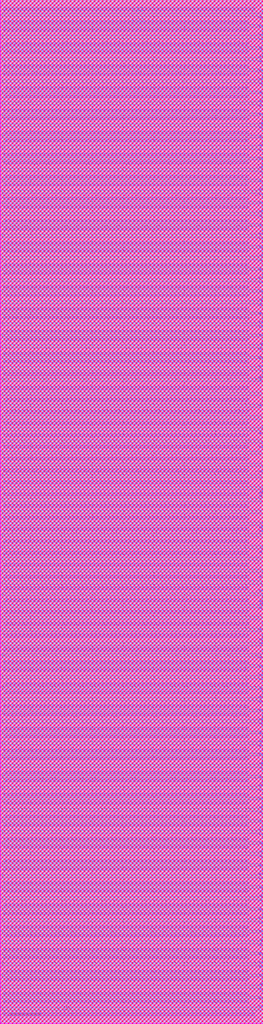
<source format=lef>
# Created by MC2 : Version 2013.12.00.f on 2025/06/18, 12:59:41

 
###############################################################################
#                                                    
#        Technology     : TSMC 16nm CMOS Logic FinFet (FFC) HKMG
#        Memory Type    : TSMC 16nm FFC Two Port Register File with d130 bit cell
#        Library Name   : ts6n16ffcllsvta16x32m2fw (user specify : ts6n16ffcllsvta16x32m2fw)
#        Library Version: 170a
#        Generated Time : 2025/06/18, 12:58:42
###############################################################################
# STATEMENT OF USE                                                             
#                                                                              
#  This information contains confidential and proprietary information of TSMC. 
# No part of this information may be reproduced, transmitted, transcribed,     
# stored in a retrieval system, or translated into any human or computer       
# language, in any form or by any means, electronic, mechanical, magnetic,     
# optical, chemical, manual, or otherwise, without the prior written permission
# of TSMC. This information was prepared for informational purpose and is for  
# use by TSMC's customers only. TSMC reserves the right to make changes in the 
# inforrmation at any time and without notice.                                 
###############################################################################
VERSION 5.7 ;
BUSBITCHARS "[]" ;
DIVIDERCHAR "/" ;
#                                                                              

MACRO TS6N16FFCLLSVTA16X32M2FW
	CLASS BLOCK ;
	FOREIGN TS6N16FFCLLSVTA16X32M2FW 0.0 0.0 ;
	ORIGIN 0.0 0.0 ;
	SIZE 17.137 BY 66.720 ;
	SYMMETRY X Y ;
	PIN AA[0]
		DIRECTION INPUT ;
		USE SIGNAL ;
		PORT
			LAYER M1 ;
			RECT 16.889 29.102 17.137 29.182 ;
			LAYER M2 ;
			RECT 16.889 29.102 17.137 29.182 ;
			LAYER M3 ;
			RECT 16.889 29.102 17.137 29.182 ;
		END
		ANTENNAGATEAREA 0.0042 LAYER M1 ;
		ANTENNADIFFAREA 0.0081 LAYER M1 ;
		ANTENNAPARTIALMETALAREA 0.0972 LAYER M1 ;
		ANTENNAMAXAREACAR 10.2538 LAYER M1 ;
		ANTENNAPARTIALCUTAREA 0.0041 LAYER VIA1 ;
		ANTENNAMAXAREACAR 0.2415 LAYER VIA1 ;
		ANTENNAGATEAREA 0.0042 LAYER M2 ;
		ANTENNADIFFAREA 0.0081 LAYER M2 ;
		ANTENNAPARTIALMETALAREA 0.1117 LAYER M2 ;
		ANTENNAMAXAREACAR 20.3208 LAYER M2 ;
		ANTENNAPARTIALCUTAREA 0.0041 LAYER VIA2 ;
		ANTENNAMAXAREACAR 0.4830 LAYER VIA2 ;
		ANTENNAGATEAREA 0.0042 LAYER M3 ;
		ANTENNADIFFAREA 0.0081 LAYER M3 ;
		ANTENNAPARTIALMETALAREA 0.5480 LAYER M3 ;
		ANTENNAMAXAREACAR 135.4520 LAYER M3 ;
	END AA[0]

	PIN AA[1]
		DIRECTION INPUT ;
		USE SIGNAL ;
		PORT
			LAYER M1 ;
			RECT 16.889 32.294 17.137 32.374 ;
			LAYER M2 ;
			RECT 16.889 32.294 17.137 32.374 ;
			LAYER M3 ;
			RECT 16.889 32.294 17.137 32.374 ;
		END
		ANTENNAGATEAREA 0.0042 LAYER M1 ;
		ANTENNADIFFAREA 0.0081 LAYER M1 ;
		ANTENNAPARTIALMETALAREA 0.0972 LAYER M1 ;
		ANTENNAMAXAREACAR 10.2538 LAYER M1 ;
		ANTENNAPARTIALCUTAREA 0.0041 LAYER VIA1 ;
		ANTENNAMAXAREACAR 0.2415 LAYER VIA1 ;
		ANTENNAGATEAREA 0.0042 LAYER M2 ;
		ANTENNADIFFAREA 0.0081 LAYER M2 ;
		ANTENNAPARTIALMETALAREA 0.1117 LAYER M2 ;
		ANTENNAMAXAREACAR 20.3208 LAYER M2 ;
		ANTENNAPARTIALCUTAREA 0.0041 LAYER VIA2 ;
		ANTENNAMAXAREACAR 0.4830 LAYER VIA2 ;
		ANTENNAGATEAREA 0.0042 LAYER M3 ;
		ANTENNADIFFAREA 0.0081 LAYER M3 ;
		ANTENNAPARTIALMETALAREA 0.5480 LAYER M3 ;
		ANTENNAMAXAREACAR 135.4520 LAYER M3 ;
	END AA[1]

	PIN AA[2]
		DIRECTION INPUT ;
		USE SIGNAL ;
		PORT
			LAYER M1 ;
			RECT 16.889 30.698 17.137 30.778 ;
			LAYER M2 ;
			RECT 16.889 30.698 17.137 30.778 ;
			LAYER M3 ;
			RECT 16.889 30.698 17.137 30.778 ;
		END
		ANTENNAGATEAREA 0.0042 LAYER M1 ;
		ANTENNADIFFAREA 0.0081 LAYER M1 ;
		ANTENNAPARTIALMETALAREA 0.0972 LAYER M1 ;
		ANTENNAMAXAREACAR 10.2538 LAYER M1 ;
		ANTENNAPARTIALCUTAREA 0.0041 LAYER VIA1 ;
		ANTENNAMAXAREACAR 0.2415 LAYER VIA1 ;
		ANTENNAGATEAREA 0.0042 LAYER M2 ;
		ANTENNADIFFAREA 0.0081 LAYER M2 ;
		ANTENNAPARTIALMETALAREA 0.1117 LAYER M2 ;
		ANTENNAMAXAREACAR 20.3208 LAYER M2 ;
		ANTENNAPARTIALCUTAREA 0.0041 LAYER VIA2 ;
		ANTENNAMAXAREACAR 0.4830 LAYER VIA2 ;
		ANTENNAGATEAREA 0.0042 LAYER M3 ;
		ANTENNADIFFAREA 0.0081 LAYER M3 ;
		ANTENNAPARTIALMETALAREA 0.5480 LAYER M3 ;
		ANTENNAMAXAREACAR 135.4520 LAYER M3 ;
	END AA[2]

	PIN AA[3]
		DIRECTION INPUT ;
		USE SIGNAL ;
		PORT
			LAYER M1 ;
			RECT 16.889 32.066 17.137 32.146 ;
			LAYER M2 ;
			RECT 16.889 32.066 17.137 32.146 ;
			LAYER M3 ;
			RECT 16.889 32.066 17.137 32.146 ;
		END
		ANTENNAGATEAREA 0.0042 LAYER M1 ;
		ANTENNADIFFAREA 0.0081 LAYER M1 ;
		ANTENNAPARTIALMETALAREA 0.0972 LAYER M1 ;
		ANTENNAMAXAREACAR 10.2538 LAYER M1 ;
		ANTENNAPARTIALCUTAREA 0.0041 LAYER VIA1 ;
		ANTENNAMAXAREACAR 0.2415 LAYER VIA1 ;
		ANTENNAGATEAREA 0.0042 LAYER M2 ;
		ANTENNADIFFAREA 0.0081 LAYER M2 ;
		ANTENNAPARTIALMETALAREA 0.1117 LAYER M2 ;
		ANTENNAMAXAREACAR 20.3208 LAYER M2 ;
		ANTENNAPARTIALCUTAREA 0.0041 LAYER VIA2 ;
		ANTENNAMAXAREACAR 0.4830 LAYER VIA2 ;
		ANTENNAGATEAREA 0.0042 LAYER M3 ;
		ANTENNADIFFAREA 0.0081 LAYER M3 ;
		ANTENNAPARTIALMETALAREA 0.5480 LAYER M3 ;
		ANTENNAMAXAREACAR 135.4520 LAYER M3 ;
	END AA[3]

	PIN AB[0]
		DIRECTION INPUT ;
		USE SIGNAL ;
		PORT
			LAYER M1 ;
			RECT 16.889 37.538 17.137 37.618 ;
			LAYER M2 ;
			RECT 16.889 37.538 17.137 37.618 ;
			LAYER M3 ;
			RECT 16.889 37.538 17.137 37.618 ;
		END
		ANTENNAGATEAREA 0.0042 LAYER M1 ;
		ANTENNADIFFAREA 0.0081 LAYER M1 ;
		ANTENNAPARTIALMETALAREA 0.0970 LAYER M1 ;
		ANTENNAMAXAREACAR 10.2024 LAYER M1 ;
		ANTENNAPARTIALCUTAREA 0.0041 LAYER VIA1 ;
		ANTENNAMAXAREACAR 0.2415 LAYER VIA1 ;
		ANTENNAGATEAREA 0.0042 LAYER M2 ;
		ANTENNADIFFAREA 0.0081 LAYER M2 ;
		ANTENNAPARTIALMETALAREA 0.1117 LAYER M2 ;
		ANTENNAMAXAREACAR 20.3208 LAYER M2 ;
		ANTENNAPARTIALCUTAREA 0.0041 LAYER VIA2 ;
		ANTENNAMAXAREACAR 0.4830 LAYER VIA2 ;
		ANTENNAGATEAREA 0.0042 LAYER M3 ;
		ANTENNADIFFAREA 0.0081 LAYER M3 ;
		ANTENNAPARTIALMETALAREA 0.5480 LAYER M3 ;
		ANTENNAMAXAREACAR 135.4520 LAYER M3 ;
	END AB[0]

	PIN AB[1]
		DIRECTION INPUT ;
		USE SIGNAL ;
		PORT
			LAYER M1 ;
			RECT 16.889 34.346 17.137 34.426 ;
			LAYER M2 ;
			RECT 16.889 34.346 17.137 34.426 ;
			LAYER M3 ;
			RECT 16.889 34.346 17.137 34.426 ;
		END
		ANTENNAGATEAREA 0.0042 LAYER M1 ;
		ANTENNADIFFAREA 0.0081 LAYER M1 ;
		ANTENNAPARTIALMETALAREA 0.0970 LAYER M1 ;
		ANTENNAMAXAREACAR 10.2024 LAYER M1 ;
		ANTENNAPARTIALCUTAREA 0.0041 LAYER VIA1 ;
		ANTENNAMAXAREACAR 0.2415 LAYER VIA1 ;
		ANTENNAGATEAREA 0.0042 LAYER M2 ;
		ANTENNADIFFAREA 0.0081 LAYER M2 ;
		ANTENNAPARTIALMETALAREA 0.1117 LAYER M2 ;
		ANTENNAMAXAREACAR 20.3208 LAYER M2 ;
		ANTENNAPARTIALCUTAREA 0.0041 LAYER VIA2 ;
		ANTENNAMAXAREACAR 0.4830 LAYER VIA2 ;
		ANTENNAGATEAREA 0.0042 LAYER M3 ;
		ANTENNADIFFAREA 0.0081 LAYER M3 ;
		ANTENNAPARTIALMETALAREA 0.5480 LAYER M3 ;
		ANTENNAMAXAREACAR 135.4520 LAYER M3 ;
	END AB[1]

	PIN AB[2]
		DIRECTION INPUT ;
		USE SIGNAL ;
		PORT
			LAYER M1 ;
			RECT 16.889 35.942 17.137 36.022 ;
			LAYER M2 ;
			RECT 16.889 35.942 17.137 36.022 ;
			LAYER M3 ;
			RECT 16.889 35.942 17.137 36.022 ;
		END
		ANTENNAGATEAREA 0.0042 LAYER M1 ;
		ANTENNADIFFAREA 0.0081 LAYER M1 ;
		ANTENNAPARTIALMETALAREA 0.0970 LAYER M1 ;
		ANTENNAMAXAREACAR 10.2024 LAYER M1 ;
		ANTENNAPARTIALCUTAREA 0.0041 LAYER VIA1 ;
		ANTENNAMAXAREACAR 0.2415 LAYER VIA1 ;
		ANTENNAGATEAREA 0.0042 LAYER M2 ;
		ANTENNADIFFAREA 0.0081 LAYER M2 ;
		ANTENNAPARTIALMETALAREA 0.1117 LAYER M2 ;
		ANTENNAMAXAREACAR 20.3208 LAYER M2 ;
		ANTENNAPARTIALCUTAREA 0.0041 LAYER VIA2 ;
		ANTENNAMAXAREACAR 0.4830 LAYER VIA2 ;
		ANTENNAGATEAREA 0.0042 LAYER M3 ;
		ANTENNADIFFAREA 0.0081 LAYER M3 ;
		ANTENNAPARTIALMETALAREA 0.5480 LAYER M3 ;
		ANTENNAMAXAREACAR 135.4520 LAYER M3 ;
	END AB[2]

	PIN AB[3]
		DIRECTION INPUT ;
		USE SIGNAL ;
		PORT
			LAYER M1 ;
			RECT 16.889 34.574 17.137 34.654 ;
			LAYER M2 ;
			RECT 16.889 34.574 17.137 34.654 ;
			LAYER M3 ;
			RECT 16.889 34.574 17.137 34.654 ;
		END
		ANTENNAGATEAREA 0.0042 LAYER M1 ;
		ANTENNADIFFAREA 0.0081 LAYER M1 ;
		ANTENNAPARTIALMETALAREA 0.0970 LAYER M1 ;
		ANTENNAMAXAREACAR 10.2024 LAYER M1 ;
		ANTENNAPARTIALCUTAREA 0.0041 LAYER VIA1 ;
		ANTENNAMAXAREACAR 0.2415 LAYER VIA1 ;
		ANTENNAGATEAREA 0.0042 LAYER M2 ;
		ANTENNADIFFAREA 0.0081 LAYER M2 ;
		ANTENNAPARTIALMETALAREA 0.1117 LAYER M2 ;
		ANTENNAMAXAREACAR 20.3208 LAYER M2 ;
		ANTENNAPARTIALCUTAREA 0.0041 LAYER VIA2 ;
		ANTENNAMAXAREACAR 0.4830 LAYER VIA2 ;
		ANTENNAGATEAREA 0.0042 LAYER M3 ;
		ANTENNADIFFAREA 0.0081 LAYER M3 ;
		ANTENNAPARTIALMETALAREA 0.5480 LAYER M3 ;
		ANTENNAMAXAREACAR 135.4520 LAYER M3 ;
	END AB[3]

	PIN BWEB[0]
		DIRECTION INPUT ;
		USE SIGNAL ;
		PORT
			LAYER M1 ;
			RECT 16.889 1.088 17.137 1.168 ;
			LAYER M2 ;
			RECT 16.889 1.088 17.137 1.168 ;
			LAYER M3 ;
			RECT 16.889 1.088 17.137 1.168 ;
		END
		ANTENNAGATEAREA 0.0023 LAYER M1 ;
		ANTENNADIFFAREA 0.0081 LAYER M1 ;
		ANTENNAPARTIALMETALAREA 0.1465 LAYER M1 ;
		ANTENNAMAXAREACAR 7.6238 LAYER M1 ;
		ANTENNAPARTIALCUTAREA 0.0041 LAYER VIA1 ;
		ANTENNAMAXAREACAR 0.4414 LAYER VIA1 ;
		ANTENNAGATEAREA 0.0023 LAYER M2 ;
		ANTENNADIFFAREA 0.0081 LAYER M2 ;
		ANTENNAPARTIALMETALAREA 0.2682 LAYER M2 ;
		ANTENNAMAXAREACAR 48.3629 LAYER M2 ;
		ANTENNAPARTIALCUTAREA 0.0051 LAYER VIA2 ;
		ANTENNAMAXAREACAR 0.8828 LAYER VIA2 ;
		ANTENNAGATEAREA 0.0023 LAYER M3 ;
		ANTENNADIFFAREA 0.0081 LAYER M3 ;
		ANTENNAPARTIALMETALAREA 0.3386 LAYER M3 ;
		ANTENNAMAXAREACAR 161.1170 LAYER M3 ;
	END BWEB[0]

	PIN BWEB[1]
		DIRECTION INPUT ;
		USE SIGNAL ;
		PORT
			LAYER M1 ;
			RECT 16.889 2.528 17.137 2.608 ;
			LAYER M2 ;
			RECT 16.889 2.528 17.137 2.608 ;
			LAYER M3 ;
			RECT 16.889 2.528 17.137 2.608 ;
		END
		ANTENNAGATEAREA 0.0023 LAYER M1 ;
		ANTENNADIFFAREA 0.0081 LAYER M1 ;
		ANTENNAPARTIALMETALAREA 0.1465 LAYER M1 ;
		ANTENNAMAXAREACAR 7.6238 LAYER M1 ;
		ANTENNAPARTIALCUTAREA 0.0041 LAYER VIA1 ;
		ANTENNAMAXAREACAR 0.4414 LAYER VIA1 ;
		ANTENNAGATEAREA 0.0023 LAYER M2 ;
		ANTENNADIFFAREA 0.0081 LAYER M2 ;
		ANTENNAPARTIALMETALAREA 0.2682 LAYER M2 ;
		ANTENNAMAXAREACAR 48.3629 LAYER M2 ;
		ANTENNAPARTIALCUTAREA 0.0051 LAYER VIA2 ;
		ANTENNAMAXAREACAR 0.8828 LAYER VIA2 ;
		ANTENNAGATEAREA 0.0023 LAYER M3 ;
		ANTENNADIFFAREA 0.0081 LAYER M3 ;
		ANTENNAPARTIALMETALAREA 0.3386 LAYER M3 ;
		ANTENNAMAXAREACAR 161.1170 LAYER M3 ;
	END BWEB[1]

	PIN BWEB[2]
		DIRECTION INPUT ;
		USE SIGNAL ;
		PORT
			LAYER M1 ;
			RECT 16.889 3.968 17.137 4.048 ;
			LAYER M2 ;
			RECT 16.889 3.968 17.137 4.048 ;
			LAYER M3 ;
			RECT 16.889 3.968 17.137 4.048 ;
		END
		ANTENNAGATEAREA 0.0023 LAYER M1 ;
		ANTENNADIFFAREA 0.0081 LAYER M1 ;
		ANTENNAPARTIALMETALAREA 0.1465 LAYER M1 ;
		ANTENNAMAXAREACAR 7.6238 LAYER M1 ;
		ANTENNAPARTIALCUTAREA 0.0041 LAYER VIA1 ;
		ANTENNAMAXAREACAR 0.4414 LAYER VIA1 ;
		ANTENNAGATEAREA 0.0023 LAYER M2 ;
		ANTENNADIFFAREA 0.0081 LAYER M2 ;
		ANTENNAPARTIALMETALAREA 0.2682 LAYER M2 ;
		ANTENNAMAXAREACAR 48.3629 LAYER M2 ;
		ANTENNAPARTIALCUTAREA 0.0051 LAYER VIA2 ;
		ANTENNAMAXAREACAR 0.8828 LAYER VIA2 ;
		ANTENNAGATEAREA 0.0023 LAYER M3 ;
		ANTENNADIFFAREA 0.0081 LAYER M3 ;
		ANTENNAPARTIALMETALAREA 0.3386 LAYER M3 ;
		ANTENNAMAXAREACAR 161.1170 LAYER M3 ;
	END BWEB[2]

	PIN BWEB[3]
		DIRECTION INPUT ;
		USE SIGNAL ;
		PORT
			LAYER M1 ;
			RECT 16.889 5.408 17.137 5.488 ;
			LAYER M2 ;
			RECT 16.889 5.408 17.137 5.488 ;
			LAYER M3 ;
			RECT 16.889 5.408 17.137 5.488 ;
		END
		ANTENNAGATEAREA 0.0023 LAYER M1 ;
		ANTENNADIFFAREA 0.0081 LAYER M1 ;
		ANTENNAPARTIALMETALAREA 0.1465 LAYER M1 ;
		ANTENNAMAXAREACAR 7.6238 LAYER M1 ;
		ANTENNAPARTIALCUTAREA 0.0041 LAYER VIA1 ;
		ANTENNAMAXAREACAR 0.4414 LAYER VIA1 ;
		ANTENNAGATEAREA 0.0023 LAYER M2 ;
		ANTENNADIFFAREA 0.0081 LAYER M2 ;
		ANTENNAPARTIALMETALAREA 0.2682 LAYER M2 ;
		ANTENNAMAXAREACAR 48.3629 LAYER M2 ;
		ANTENNAPARTIALCUTAREA 0.0051 LAYER VIA2 ;
		ANTENNAMAXAREACAR 0.8828 LAYER VIA2 ;
		ANTENNAGATEAREA 0.0023 LAYER M3 ;
		ANTENNADIFFAREA 0.0081 LAYER M3 ;
		ANTENNAPARTIALMETALAREA 0.3386 LAYER M3 ;
		ANTENNAMAXAREACAR 161.1170 LAYER M3 ;
	END BWEB[3]

	PIN BWEB[4]
		DIRECTION INPUT ;
		USE SIGNAL ;
		PORT
			LAYER M1 ;
			RECT 16.889 6.848 17.137 6.928 ;
			LAYER M2 ;
			RECT 16.889 6.848 17.137 6.928 ;
			LAYER M3 ;
			RECT 16.889 6.848 17.137 6.928 ;
		END
		ANTENNAGATEAREA 0.0023 LAYER M1 ;
		ANTENNADIFFAREA 0.0081 LAYER M1 ;
		ANTENNAPARTIALMETALAREA 0.1465 LAYER M1 ;
		ANTENNAMAXAREACAR 7.6238 LAYER M1 ;
		ANTENNAPARTIALCUTAREA 0.0041 LAYER VIA1 ;
		ANTENNAMAXAREACAR 0.4414 LAYER VIA1 ;
		ANTENNAGATEAREA 0.0023 LAYER M2 ;
		ANTENNADIFFAREA 0.0081 LAYER M2 ;
		ANTENNAPARTIALMETALAREA 0.2682 LAYER M2 ;
		ANTENNAMAXAREACAR 48.3629 LAYER M2 ;
		ANTENNAPARTIALCUTAREA 0.0051 LAYER VIA2 ;
		ANTENNAMAXAREACAR 0.8828 LAYER VIA2 ;
		ANTENNAGATEAREA 0.0023 LAYER M3 ;
		ANTENNADIFFAREA 0.0081 LAYER M3 ;
		ANTENNAPARTIALMETALAREA 0.3386 LAYER M3 ;
		ANTENNAMAXAREACAR 161.1170 LAYER M3 ;
	END BWEB[4]

	PIN BWEB[5]
		DIRECTION INPUT ;
		USE SIGNAL ;
		PORT
			LAYER M1 ;
			RECT 16.889 8.288 17.137 8.368 ;
			LAYER M2 ;
			RECT 16.889 8.288 17.137 8.368 ;
			LAYER M3 ;
			RECT 16.889 8.288 17.137 8.368 ;
		END
		ANTENNAGATEAREA 0.0023 LAYER M1 ;
		ANTENNADIFFAREA 0.0081 LAYER M1 ;
		ANTENNAPARTIALMETALAREA 0.1465 LAYER M1 ;
		ANTENNAMAXAREACAR 7.6238 LAYER M1 ;
		ANTENNAPARTIALCUTAREA 0.0041 LAYER VIA1 ;
		ANTENNAMAXAREACAR 0.4414 LAYER VIA1 ;
		ANTENNAGATEAREA 0.0023 LAYER M2 ;
		ANTENNADIFFAREA 0.0081 LAYER M2 ;
		ANTENNAPARTIALMETALAREA 0.2682 LAYER M2 ;
		ANTENNAMAXAREACAR 48.3629 LAYER M2 ;
		ANTENNAPARTIALCUTAREA 0.0051 LAYER VIA2 ;
		ANTENNAMAXAREACAR 0.8828 LAYER VIA2 ;
		ANTENNAGATEAREA 0.0023 LAYER M3 ;
		ANTENNADIFFAREA 0.0081 LAYER M3 ;
		ANTENNAPARTIALMETALAREA 0.3386 LAYER M3 ;
		ANTENNAMAXAREACAR 161.1170 LAYER M3 ;
	END BWEB[5]

	PIN BWEB[6]
		DIRECTION INPUT ;
		USE SIGNAL ;
		PORT
			LAYER M1 ;
			RECT 16.889 9.728 17.137 9.808 ;
			LAYER M2 ;
			RECT 16.889 9.728 17.137 9.808 ;
			LAYER M3 ;
			RECT 16.889 9.728 17.137 9.808 ;
		END
		ANTENNAGATEAREA 0.0023 LAYER M1 ;
		ANTENNADIFFAREA 0.0081 LAYER M1 ;
		ANTENNAPARTIALMETALAREA 0.1465 LAYER M1 ;
		ANTENNAMAXAREACAR 7.6238 LAYER M1 ;
		ANTENNAPARTIALCUTAREA 0.0041 LAYER VIA1 ;
		ANTENNAMAXAREACAR 0.4414 LAYER VIA1 ;
		ANTENNAGATEAREA 0.0023 LAYER M2 ;
		ANTENNADIFFAREA 0.0081 LAYER M2 ;
		ANTENNAPARTIALMETALAREA 0.2682 LAYER M2 ;
		ANTENNAMAXAREACAR 48.3629 LAYER M2 ;
		ANTENNAPARTIALCUTAREA 0.0051 LAYER VIA2 ;
		ANTENNAMAXAREACAR 0.8828 LAYER VIA2 ;
		ANTENNAGATEAREA 0.0023 LAYER M3 ;
		ANTENNADIFFAREA 0.0081 LAYER M3 ;
		ANTENNAPARTIALMETALAREA 0.3386 LAYER M3 ;
		ANTENNAMAXAREACAR 161.1170 LAYER M3 ;
	END BWEB[6]

	PIN BWEB[7]
		DIRECTION INPUT ;
		USE SIGNAL ;
		PORT
			LAYER M1 ;
			RECT 16.889 11.168 17.137 11.248 ;
			LAYER M2 ;
			RECT 16.889 11.168 17.137 11.248 ;
			LAYER M3 ;
			RECT 16.889 11.168 17.137 11.248 ;
		END
		ANTENNAGATEAREA 0.0023 LAYER M1 ;
		ANTENNADIFFAREA 0.0081 LAYER M1 ;
		ANTENNAPARTIALMETALAREA 0.1465 LAYER M1 ;
		ANTENNAMAXAREACAR 7.6238 LAYER M1 ;
		ANTENNAPARTIALCUTAREA 0.0041 LAYER VIA1 ;
		ANTENNAMAXAREACAR 0.4414 LAYER VIA1 ;
		ANTENNAGATEAREA 0.0023 LAYER M2 ;
		ANTENNADIFFAREA 0.0081 LAYER M2 ;
		ANTENNAPARTIALMETALAREA 0.2682 LAYER M2 ;
		ANTENNAMAXAREACAR 48.3629 LAYER M2 ;
		ANTENNAPARTIALCUTAREA 0.0051 LAYER VIA2 ;
		ANTENNAMAXAREACAR 0.8828 LAYER VIA2 ;
		ANTENNAGATEAREA 0.0023 LAYER M3 ;
		ANTENNADIFFAREA 0.0081 LAYER M3 ;
		ANTENNAPARTIALMETALAREA 0.3386 LAYER M3 ;
		ANTENNAMAXAREACAR 161.1170 LAYER M3 ;
	END BWEB[7]

	PIN BWEB[8]
		DIRECTION INPUT ;
		USE SIGNAL ;
		PORT
			LAYER M1 ;
			RECT 16.889 12.608 17.137 12.688 ;
			LAYER M2 ;
			RECT 16.889 12.608 17.137 12.688 ;
			LAYER M3 ;
			RECT 16.889 12.608 17.137 12.688 ;
		END
		ANTENNAGATEAREA 0.0023 LAYER M1 ;
		ANTENNADIFFAREA 0.0081 LAYER M1 ;
		ANTENNAPARTIALMETALAREA 0.1465 LAYER M1 ;
		ANTENNAMAXAREACAR 7.6238 LAYER M1 ;
		ANTENNAPARTIALCUTAREA 0.0041 LAYER VIA1 ;
		ANTENNAMAXAREACAR 0.4414 LAYER VIA1 ;
		ANTENNAGATEAREA 0.0023 LAYER M2 ;
		ANTENNADIFFAREA 0.0081 LAYER M2 ;
		ANTENNAPARTIALMETALAREA 0.2682 LAYER M2 ;
		ANTENNAMAXAREACAR 48.3629 LAYER M2 ;
		ANTENNAPARTIALCUTAREA 0.0051 LAYER VIA2 ;
		ANTENNAMAXAREACAR 0.8828 LAYER VIA2 ;
		ANTENNAGATEAREA 0.0023 LAYER M3 ;
		ANTENNADIFFAREA 0.0081 LAYER M3 ;
		ANTENNAPARTIALMETALAREA 0.3386 LAYER M3 ;
		ANTENNAMAXAREACAR 161.1170 LAYER M3 ;
	END BWEB[8]

	PIN BWEB[9]
		DIRECTION INPUT ;
		USE SIGNAL ;
		PORT
			LAYER M1 ;
			RECT 16.889 14.048 17.137 14.128 ;
			LAYER M2 ;
			RECT 16.889 14.048 17.137 14.128 ;
			LAYER M3 ;
			RECT 16.889 14.048 17.137 14.128 ;
		END
		ANTENNAGATEAREA 0.0023 LAYER M1 ;
		ANTENNADIFFAREA 0.0081 LAYER M1 ;
		ANTENNAPARTIALMETALAREA 0.1465 LAYER M1 ;
		ANTENNAMAXAREACAR 7.6238 LAYER M1 ;
		ANTENNAPARTIALCUTAREA 0.0041 LAYER VIA1 ;
		ANTENNAMAXAREACAR 0.4414 LAYER VIA1 ;
		ANTENNAGATEAREA 0.0023 LAYER M2 ;
		ANTENNADIFFAREA 0.0081 LAYER M2 ;
		ANTENNAPARTIALMETALAREA 0.2682 LAYER M2 ;
		ANTENNAMAXAREACAR 48.3629 LAYER M2 ;
		ANTENNAPARTIALCUTAREA 0.0051 LAYER VIA2 ;
		ANTENNAMAXAREACAR 0.8828 LAYER VIA2 ;
		ANTENNAGATEAREA 0.0023 LAYER M3 ;
		ANTENNADIFFAREA 0.0081 LAYER M3 ;
		ANTENNAPARTIALMETALAREA 0.3386 LAYER M3 ;
		ANTENNAMAXAREACAR 161.1170 LAYER M3 ;
	END BWEB[9]

	PIN BWEB[10]
		DIRECTION INPUT ;
		USE SIGNAL ;
		PORT
			LAYER M1 ;
			RECT 16.889 15.488 17.137 15.568 ;
			LAYER M2 ;
			RECT 16.889 15.488 17.137 15.568 ;
			LAYER M3 ;
			RECT 16.889 15.488 17.137 15.568 ;
		END
		ANTENNAGATEAREA 0.0023 LAYER M1 ;
		ANTENNADIFFAREA 0.0081 LAYER M1 ;
		ANTENNAPARTIALMETALAREA 0.1465 LAYER M1 ;
		ANTENNAMAXAREACAR 7.6238 LAYER M1 ;
		ANTENNAPARTIALCUTAREA 0.0041 LAYER VIA1 ;
		ANTENNAMAXAREACAR 0.4414 LAYER VIA1 ;
		ANTENNAGATEAREA 0.0023 LAYER M2 ;
		ANTENNADIFFAREA 0.0081 LAYER M2 ;
		ANTENNAPARTIALMETALAREA 0.2682 LAYER M2 ;
		ANTENNAMAXAREACAR 48.3629 LAYER M2 ;
		ANTENNAPARTIALCUTAREA 0.0051 LAYER VIA2 ;
		ANTENNAMAXAREACAR 0.8828 LAYER VIA2 ;
		ANTENNAGATEAREA 0.0023 LAYER M3 ;
		ANTENNADIFFAREA 0.0081 LAYER M3 ;
		ANTENNAPARTIALMETALAREA 0.3386 LAYER M3 ;
		ANTENNAMAXAREACAR 161.1170 LAYER M3 ;
	END BWEB[10]

	PIN BWEB[11]
		DIRECTION INPUT ;
		USE SIGNAL ;
		PORT
			LAYER M1 ;
			RECT 16.889 16.928 17.137 17.008 ;
			LAYER M2 ;
			RECT 16.889 16.928 17.137 17.008 ;
			LAYER M3 ;
			RECT 16.889 16.928 17.137 17.008 ;
		END
		ANTENNAGATEAREA 0.0023 LAYER M1 ;
		ANTENNADIFFAREA 0.0081 LAYER M1 ;
		ANTENNAPARTIALMETALAREA 0.1465 LAYER M1 ;
		ANTENNAMAXAREACAR 7.6238 LAYER M1 ;
		ANTENNAPARTIALCUTAREA 0.0041 LAYER VIA1 ;
		ANTENNAMAXAREACAR 0.4414 LAYER VIA1 ;
		ANTENNAGATEAREA 0.0023 LAYER M2 ;
		ANTENNADIFFAREA 0.0081 LAYER M2 ;
		ANTENNAPARTIALMETALAREA 0.2682 LAYER M2 ;
		ANTENNAMAXAREACAR 48.3629 LAYER M2 ;
		ANTENNAPARTIALCUTAREA 0.0051 LAYER VIA2 ;
		ANTENNAMAXAREACAR 0.8828 LAYER VIA2 ;
		ANTENNAGATEAREA 0.0023 LAYER M3 ;
		ANTENNADIFFAREA 0.0081 LAYER M3 ;
		ANTENNAPARTIALMETALAREA 0.3386 LAYER M3 ;
		ANTENNAMAXAREACAR 161.1170 LAYER M3 ;
	END BWEB[11]

	PIN BWEB[12]
		DIRECTION INPUT ;
		USE SIGNAL ;
		PORT
			LAYER M1 ;
			RECT 16.889 18.368 17.137 18.448 ;
			LAYER M2 ;
			RECT 16.889 18.368 17.137 18.448 ;
			LAYER M3 ;
			RECT 16.889 18.368 17.137 18.448 ;
		END
		ANTENNAGATEAREA 0.0023 LAYER M1 ;
		ANTENNADIFFAREA 0.0081 LAYER M1 ;
		ANTENNAPARTIALMETALAREA 0.1465 LAYER M1 ;
		ANTENNAMAXAREACAR 7.6238 LAYER M1 ;
		ANTENNAPARTIALCUTAREA 0.0041 LAYER VIA1 ;
		ANTENNAMAXAREACAR 0.4414 LAYER VIA1 ;
		ANTENNAGATEAREA 0.0023 LAYER M2 ;
		ANTENNADIFFAREA 0.0081 LAYER M2 ;
		ANTENNAPARTIALMETALAREA 0.2682 LAYER M2 ;
		ANTENNAMAXAREACAR 48.3629 LAYER M2 ;
		ANTENNAPARTIALCUTAREA 0.0051 LAYER VIA2 ;
		ANTENNAMAXAREACAR 0.8828 LAYER VIA2 ;
		ANTENNAGATEAREA 0.0023 LAYER M3 ;
		ANTENNADIFFAREA 0.0081 LAYER M3 ;
		ANTENNAPARTIALMETALAREA 0.3386 LAYER M3 ;
		ANTENNAMAXAREACAR 161.1170 LAYER M3 ;
	END BWEB[12]

	PIN BWEB[13]
		DIRECTION INPUT ;
		USE SIGNAL ;
		PORT
			LAYER M1 ;
			RECT 16.889 19.808 17.137 19.888 ;
			LAYER M2 ;
			RECT 16.889 19.808 17.137 19.888 ;
			LAYER M3 ;
			RECT 16.889 19.808 17.137 19.888 ;
		END
		ANTENNAGATEAREA 0.0023 LAYER M1 ;
		ANTENNADIFFAREA 0.0081 LAYER M1 ;
		ANTENNAPARTIALMETALAREA 0.1465 LAYER M1 ;
		ANTENNAMAXAREACAR 7.6238 LAYER M1 ;
		ANTENNAPARTIALCUTAREA 0.0041 LAYER VIA1 ;
		ANTENNAMAXAREACAR 0.4414 LAYER VIA1 ;
		ANTENNAGATEAREA 0.0023 LAYER M2 ;
		ANTENNADIFFAREA 0.0081 LAYER M2 ;
		ANTENNAPARTIALMETALAREA 0.2682 LAYER M2 ;
		ANTENNAMAXAREACAR 48.3629 LAYER M2 ;
		ANTENNAPARTIALCUTAREA 0.0051 LAYER VIA2 ;
		ANTENNAMAXAREACAR 0.8828 LAYER VIA2 ;
		ANTENNAGATEAREA 0.0023 LAYER M3 ;
		ANTENNADIFFAREA 0.0081 LAYER M3 ;
		ANTENNAPARTIALMETALAREA 0.3386 LAYER M3 ;
		ANTENNAMAXAREACAR 161.1170 LAYER M3 ;
	END BWEB[13]

	PIN BWEB[14]
		DIRECTION INPUT ;
		USE SIGNAL ;
		PORT
			LAYER M1 ;
			RECT 16.889 21.248 17.137 21.328 ;
			LAYER M2 ;
			RECT 16.889 21.248 17.137 21.328 ;
			LAYER M3 ;
			RECT 16.889 21.248 17.137 21.328 ;
		END
		ANTENNAGATEAREA 0.0023 LAYER M1 ;
		ANTENNADIFFAREA 0.0081 LAYER M1 ;
		ANTENNAPARTIALMETALAREA 0.1465 LAYER M1 ;
		ANTENNAMAXAREACAR 7.6238 LAYER M1 ;
		ANTENNAPARTIALCUTAREA 0.0041 LAYER VIA1 ;
		ANTENNAMAXAREACAR 0.4414 LAYER VIA1 ;
		ANTENNAGATEAREA 0.0023 LAYER M2 ;
		ANTENNADIFFAREA 0.0081 LAYER M2 ;
		ANTENNAPARTIALMETALAREA 0.2682 LAYER M2 ;
		ANTENNAMAXAREACAR 48.3629 LAYER M2 ;
		ANTENNAPARTIALCUTAREA 0.0051 LAYER VIA2 ;
		ANTENNAMAXAREACAR 0.8828 LAYER VIA2 ;
		ANTENNAGATEAREA 0.0023 LAYER M3 ;
		ANTENNADIFFAREA 0.0081 LAYER M3 ;
		ANTENNAPARTIALMETALAREA 0.3386 LAYER M3 ;
		ANTENNAMAXAREACAR 161.1170 LAYER M3 ;
	END BWEB[14]

	PIN BWEB[15]
		DIRECTION INPUT ;
		USE SIGNAL ;
		PORT
			LAYER M1 ;
			RECT 16.889 22.688 17.137 22.768 ;
			LAYER M2 ;
			RECT 16.889 22.688 17.137 22.768 ;
			LAYER M3 ;
			RECT 16.889 22.688 17.137 22.768 ;
		END
		ANTENNAGATEAREA 0.0023 LAYER M1 ;
		ANTENNADIFFAREA 0.0081 LAYER M1 ;
		ANTENNAPARTIALMETALAREA 0.1465 LAYER M1 ;
		ANTENNAMAXAREACAR 7.6238 LAYER M1 ;
		ANTENNAPARTIALCUTAREA 0.0041 LAYER VIA1 ;
		ANTENNAMAXAREACAR 0.4414 LAYER VIA1 ;
		ANTENNAGATEAREA 0.0023 LAYER M2 ;
		ANTENNADIFFAREA 0.0081 LAYER M2 ;
		ANTENNAPARTIALMETALAREA 0.2682 LAYER M2 ;
		ANTENNAMAXAREACAR 48.3629 LAYER M2 ;
		ANTENNAPARTIALCUTAREA 0.0051 LAYER VIA2 ;
		ANTENNAMAXAREACAR 0.8828 LAYER VIA2 ;
		ANTENNAGATEAREA 0.0023 LAYER M3 ;
		ANTENNADIFFAREA 0.0081 LAYER M3 ;
		ANTENNAPARTIALMETALAREA 0.3386 LAYER M3 ;
		ANTENNAMAXAREACAR 161.1170 LAYER M3 ;
	END BWEB[15]

	PIN BWEB[16]
		DIRECTION INPUT ;
		USE SIGNAL ;
		PORT
			LAYER M1 ;
			RECT 16.889 43.952 17.137 44.032 ;
			LAYER M2 ;
			RECT 16.889 43.952 17.137 44.032 ;
			LAYER M3 ;
			RECT 16.889 43.952 17.137 44.032 ;
		END
		ANTENNAGATEAREA 0.0023 LAYER M1 ;
		ANTENNADIFFAREA 0.0081 LAYER M1 ;
		ANTENNAPARTIALMETALAREA 0.1465 LAYER M1 ;
		ANTENNAMAXAREACAR 7.6238 LAYER M1 ;
		ANTENNAPARTIALCUTAREA 0.0041 LAYER VIA1 ;
		ANTENNAMAXAREACAR 0.4414 LAYER VIA1 ;
		ANTENNAGATEAREA 0.0023 LAYER M2 ;
		ANTENNADIFFAREA 0.0081 LAYER M2 ;
		ANTENNAPARTIALMETALAREA 0.2682 LAYER M2 ;
		ANTENNAMAXAREACAR 48.3629 LAYER M2 ;
		ANTENNAPARTIALCUTAREA 0.0051 LAYER VIA2 ;
		ANTENNAMAXAREACAR 0.8828 LAYER VIA2 ;
		ANTENNAGATEAREA 0.0023 LAYER M3 ;
		ANTENNADIFFAREA 0.0081 LAYER M3 ;
		ANTENNAPARTIALMETALAREA 0.3386 LAYER M3 ;
		ANTENNAMAXAREACAR 161.1170 LAYER M3 ;
	END BWEB[16]

	PIN BWEB[17]
		DIRECTION INPUT ;
		USE SIGNAL ;
		PORT
			LAYER M1 ;
			RECT 16.889 45.392 17.137 45.472 ;
			LAYER M2 ;
			RECT 16.889 45.392 17.137 45.472 ;
			LAYER M3 ;
			RECT 16.889 45.392 17.137 45.472 ;
		END
		ANTENNAGATEAREA 0.0023 LAYER M1 ;
		ANTENNADIFFAREA 0.0081 LAYER M1 ;
		ANTENNAPARTIALMETALAREA 0.1465 LAYER M1 ;
		ANTENNAMAXAREACAR 7.6238 LAYER M1 ;
		ANTENNAPARTIALCUTAREA 0.0041 LAYER VIA1 ;
		ANTENNAMAXAREACAR 0.4414 LAYER VIA1 ;
		ANTENNAGATEAREA 0.0023 LAYER M2 ;
		ANTENNADIFFAREA 0.0081 LAYER M2 ;
		ANTENNAPARTIALMETALAREA 0.2682 LAYER M2 ;
		ANTENNAMAXAREACAR 48.3629 LAYER M2 ;
		ANTENNAPARTIALCUTAREA 0.0051 LAYER VIA2 ;
		ANTENNAMAXAREACAR 0.8828 LAYER VIA2 ;
		ANTENNAGATEAREA 0.0023 LAYER M3 ;
		ANTENNADIFFAREA 0.0081 LAYER M3 ;
		ANTENNAPARTIALMETALAREA 0.3386 LAYER M3 ;
		ANTENNAMAXAREACAR 161.1170 LAYER M3 ;
	END BWEB[17]

	PIN BWEB[18]
		DIRECTION INPUT ;
		USE SIGNAL ;
		PORT
			LAYER M1 ;
			RECT 16.889 46.832 17.137 46.912 ;
			LAYER M2 ;
			RECT 16.889 46.832 17.137 46.912 ;
			LAYER M3 ;
			RECT 16.889 46.832 17.137 46.912 ;
		END
		ANTENNAGATEAREA 0.0023 LAYER M1 ;
		ANTENNADIFFAREA 0.0081 LAYER M1 ;
		ANTENNAPARTIALMETALAREA 0.1465 LAYER M1 ;
		ANTENNAMAXAREACAR 7.6238 LAYER M1 ;
		ANTENNAPARTIALCUTAREA 0.0041 LAYER VIA1 ;
		ANTENNAMAXAREACAR 0.4414 LAYER VIA1 ;
		ANTENNAGATEAREA 0.0023 LAYER M2 ;
		ANTENNADIFFAREA 0.0081 LAYER M2 ;
		ANTENNAPARTIALMETALAREA 0.2682 LAYER M2 ;
		ANTENNAMAXAREACAR 48.3629 LAYER M2 ;
		ANTENNAPARTIALCUTAREA 0.0051 LAYER VIA2 ;
		ANTENNAMAXAREACAR 0.8828 LAYER VIA2 ;
		ANTENNAGATEAREA 0.0023 LAYER M3 ;
		ANTENNADIFFAREA 0.0081 LAYER M3 ;
		ANTENNAPARTIALMETALAREA 0.3386 LAYER M3 ;
		ANTENNAMAXAREACAR 161.1170 LAYER M3 ;
	END BWEB[18]

	PIN BWEB[19]
		DIRECTION INPUT ;
		USE SIGNAL ;
		PORT
			LAYER M1 ;
			RECT 16.889 48.272 17.137 48.352 ;
			LAYER M2 ;
			RECT 16.889 48.272 17.137 48.352 ;
			LAYER M3 ;
			RECT 16.889 48.272 17.137 48.352 ;
		END
		ANTENNAGATEAREA 0.0023 LAYER M1 ;
		ANTENNADIFFAREA 0.0081 LAYER M1 ;
		ANTENNAPARTIALMETALAREA 0.1465 LAYER M1 ;
		ANTENNAMAXAREACAR 7.6238 LAYER M1 ;
		ANTENNAPARTIALCUTAREA 0.0041 LAYER VIA1 ;
		ANTENNAMAXAREACAR 0.4414 LAYER VIA1 ;
		ANTENNAGATEAREA 0.0023 LAYER M2 ;
		ANTENNADIFFAREA 0.0081 LAYER M2 ;
		ANTENNAPARTIALMETALAREA 0.2682 LAYER M2 ;
		ANTENNAMAXAREACAR 48.3629 LAYER M2 ;
		ANTENNAPARTIALCUTAREA 0.0051 LAYER VIA2 ;
		ANTENNAMAXAREACAR 0.8828 LAYER VIA2 ;
		ANTENNAGATEAREA 0.0023 LAYER M3 ;
		ANTENNADIFFAREA 0.0081 LAYER M3 ;
		ANTENNAPARTIALMETALAREA 0.3386 LAYER M3 ;
		ANTENNAMAXAREACAR 161.1170 LAYER M3 ;
	END BWEB[19]

	PIN BWEB[20]
		DIRECTION INPUT ;
		USE SIGNAL ;
		PORT
			LAYER M1 ;
			RECT 16.889 49.712 17.137 49.792 ;
			LAYER M2 ;
			RECT 16.889 49.712 17.137 49.792 ;
			LAYER M3 ;
			RECT 16.889 49.712 17.137 49.792 ;
		END
		ANTENNAGATEAREA 0.0023 LAYER M1 ;
		ANTENNADIFFAREA 0.0081 LAYER M1 ;
		ANTENNAPARTIALMETALAREA 0.1465 LAYER M1 ;
		ANTENNAMAXAREACAR 7.6238 LAYER M1 ;
		ANTENNAPARTIALCUTAREA 0.0041 LAYER VIA1 ;
		ANTENNAMAXAREACAR 0.4414 LAYER VIA1 ;
		ANTENNAGATEAREA 0.0023 LAYER M2 ;
		ANTENNADIFFAREA 0.0081 LAYER M2 ;
		ANTENNAPARTIALMETALAREA 0.2682 LAYER M2 ;
		ANTENNAMAXAREACAR 48.3629 LAYER M2 ;
		ANTENNAPARTIALCUTAREA 0.0051 LAYER VIA2 ;
		ANTENNAMAXAREACAR 0.8828 LAYER VIA2 ;
		ANTENNAGATEAREA 0.0023 LAYER M3 ;
		ANTENNADIFFAREA 0.0081 LAYER M3 ;
		ANTENNAPARTIALMETALAREA 0.3386 LAYER M3 ;
		ANTENNAMAXAREACAR 161.1170 LAYER M3 ;
	END BWEB[20]

	PIN BWEB[21]
		DIRECTION INPUT ;
		USE SIGNAL ;
		PORT
			LAYER M1 ;
			RECT 16.889 51.152 17.137 51.232 ;
			LAYER M2 ;
			RECT 16.889 51.152 17.137 51.232 ;
			LAYER M3 ;
			RECT 16.889 51.152 17.137 51.232 ;
		END
		ANTENNAGATEAREA 0.0023 LAYER M1 ;
		ANTENNADIFFAREA 0.0081 LAYER M1 ;
		ANTENNAPARTIALMETALAREA 0.1465 LAYER M1 ;
		ANTENNAMAXAREACAR 7.6238 LAYER M1 ;
		ANTENNAPARTIALCUTAREA 0.0041 LAYER VIA1 ;
		ANTENNAMAXAREACAR 0.4414 LAYER VIA1 ;
		ANTENNAGATEAREA 0.0023 LAYER M2 ;
		ANTENNADIFFAREA 0.0081 LAYER M2 ;
		ANTENNAPARTIALMETALAREA 0.2682 LAYER M2 ;
		ANTENNAMAXAREACAR 48.3629 LAYER M2 ;
		ANTENNAPARTIALCUTAREA 0.0051 LAYER VIA2 ;
		ANTENNAMAXAREACAR 0.8828 LAYER VIA2 ;
		ANTENNAGATEAREA 0.0023 LAYER M3 ;
		ANTENNADIFFAREA 0.0081 LAYER M3 ;
		ANTENNAPARTIALMETALAREA 0.3386 LAYER M3 ;
		ANTENNAMAXAREACAR 161.1170 LAYER M3 ;
	END BWEB[21]

	PIN BWEB[22]
		DIRECTION INPUT ;
		USE SIGNAL ;
		PORT
			LAYER M1 ;
			RECT 16.889 52.592 17.137 52.672 ;
			LAYER M2 ;
			RECT 16.889 52.592 17.137 52.672 ;
			LAYER M3 ;
			RECT 16.889 52.592 17.137 52.672 ;
		END
		ANTENNAGATEAREA 0.0023 LAYER M1 ;
		ANTENNADIFFAREA 0.0081 LAYER M1 ;
		ANTENNAPARTIALMETALAREA 0.1465 LAYER M1 ;
		ANTENNAMAXAREACAR 7.6238 LAYER M1 ;
		ANTENNAPARTIALCUTAREA 0.0041 LAYER VIA1 ;
		ANTENNAMAXAREACAR 0.4414 LAYER VIA1 ;
		ANTENNAGATEAREA 0.0023 LAYER M2 ;
		ANTENNADIFFAREA 0.0081 LAYER M2 ;
		ANTENNAPARTIALMETALAREA 0.2682 LAYER M2 ;
		ANTENNAMAXAREACAR 48.3629 LAYER M2 ;
		ANTENNAPARTIALCUTAREA 0.0051 LAYER VIA2 ;
		ANTENNAMAXAREACAR 0.8828 LAYER VIA2 ;
		ANTENNAGATEAREA 0.0023 LAYER M3 ;
		ANTENNADIFFAREA 0.0081 LAYER M3 ;
		ANTENNAPARTIALMETALAREA 0.3386 LAYER M3 ;
		ANTENNAMAXAREACAR 161.1170 LAYER M3 ;
	END BWEB[22]

	PIN BWEB[23]
		DIRECTION INPUT ;
		USE SIGNAL ;
		PORT
			LAYER M1 ;
			RECT 16.889 54.032 17.137 54.112 ;
			LAYER M2 ;
			RECT 16.889 54.032 17.137 54.112 ;
			LAYER M3 ;
			RECT 16.889 54.032 17.137 54.112 ;
		END
		ANTENNAGATEAREA 0.0023 LAYER M1 ;
		ANTENNADIFFAREA 0.0081 LAYER M1 ;
		ANTENNAPARTIALMETALAREA 0.1465 LAYER M1 ;
		ANTENNAMAXAREACAR 7.6238 LAYER M1 ;
		ANTENNAPARTIALCUTAREA 0.0041 LAYER VIA1 ;
		ANTENNAMAXAREACAR 0.4414 LAYER VIA1 ;
		ANTENNAGATEAREA 0.0023 LAYER M2 ;
		ANTENNADIFFAREA 0.0081 LAYER M2 ;
		ANTENNAPARTIALMETALAREA 0.2682 LAYER M2 ;
		ANTENNAMAXAREACAR 48.3629 LAYER M2 ;
		ANTENNAPARTIALCUTAREA 0.0051 LAYER VIA2 ;
		ANTENNAMAXAREACAR 0.8828 LAYER VIA2 ;
		ANTENNAGATEAREA 0.0023 LAYER M3 ;
		ANTENNADIFFAREA 0.0081 LAYER M3 ;
		ANTENNAPARTIALMETALAREA 0.3386 LAYER M3 ;
		ANTENNAMAXAREACAR 161.1170 LAYER M3 ;
	END BWEB[23]

	PIN BWEB[24]
		DIRECTION INPUT ;
		USE SIGNAL ;
		PORT
			LAYER M1 ;
			RECT 16.889 55.472 17.137 55.552 ;
			LAYER M2 ;
			RECT 16.889 55.472 17.137 55.552 ;
			LAYER M3 ;
			RECT 16.889 55.472 17.137 55.552 ;
		END
		ANTENNAGATEAREA 0.0023 LAYER M1 ;
		ANTENNADIFFAREA 0.0081 LAYER M1 ;
		ANTENNAPARTIALMETALAREA 0.1465 LAYER M1 ;
		ANTENNAMAXAREACAR 7.6238 LAYER M1 ;
		ANTENNAPARTIALCUTAREA 0.0041 LAYER VIA1 ;
		ANTENNAMAXAREACAR 0.4414 LAYER VIA1 ;
		ANTENNAGATEAREA 0.0023 LAYER M2 ;
		ANTENNADIFFAREA 0.0081 LAYER M2 ;
		ANTENNAPARTIALMETALAREA 0.2682 LAYER M2 ;
		ANTENNAMAXAREACAR 48.3629 LAYER M2 ;
		ANTENNAPARTIALCUTAREA 0.0051 LAYER VIA2 ;
		ANTENNAMAXAREACAR 0.8828 LAYER VIA2 ;
		ANTENNAGATEAREA 0.0023 LAYER M3 ;
		ANTENNADIFFAREA 0.0081 LAYER M3 ;
		ANTENNAPARTIALMETALAREA 0.3386 LAYER M3 ;
		ANTENNAMAXAREACAR 161.1170 LAYER M3 ;
	END BWEB[24]

	PIN BWEB[25]
		DIRECTION INPUT ;
		USE SIGNAL ;
		PORT
			LAYER M1 ;
			RECT 16.889 56.912 17.137 56.992 ;
			LAYER M2 ;
			RECT 16.889 56.912 17.137 56.992 ;
			LAYER M3 ;
			RECT 16.889 56.912 17.137 56.992 ;
		END
		ANTENNAGATEAREA 0.0023 LAYER M1 ;
		ANTENNADIFFAREA 0.0081 LAYER M1 ;
		ANTENNAPARTIALMETALAREA 0.1465 LAYER M1 ;
		ANTENNAMAXAREACAR 7.6238 LAYER M1 ;
		ANTENNAPARTIALCUTAREA 0.0041 LAYER VIA1 ;
		ANTENNAMAXAREACAR 0.4414 LAYER VIA1 ;
		ANTENNAGATEAREA 0.0023 LAYER M2 ;
		ANTENNADIFFAREA 0.0081 LAYER M2 ;
		ANTENNAPARTIALMETALAREA 0.2682 LAYER M2 ;
		ANTENNAMAXAREACAR 48.3629 LAYER M2 ;
		ANTENNAPARTIALCUTAREA 0.0051 LAYER VIA2 ;
		ANTENNAMAXAREACAR 0.8828 LAYER VIA2 ;
		ANTENNAGATEAREA 0.0023 LAYER M3 ;
		ANTENNADIFFAREA 0.0081 LAYER M3 ;
		ANTENNAPARTIALMETALAREA 0.3386 LAYER M3 ;
		ANTENNAMAXAREACAR 161.1170 LAYER M3 ;
	END BWEB[25]

	PIN BWEB[26]
		DIRECTION INPUT ;
		USE SIGNAL ;
		PORT
			LAYER M1 ;
			RECT 16.889 58.352 17.137 58.432 ;
			LAYER M2 ;
			RECT 16.889 58.352 17.137 58.432 ;
			LAYER M3 ;
			RECT 16.889 58.352 17.137 58.432 ;
		END
		ANTENNAGATEAREA 0.0023 LAYER M1 ;
		ANTENNADIFFAREA 0.0081 LAYER M1 ;
		ANTENNAPARTIALMETALAREA 0.1465 LAYER M1 ;
		ANTENNAMAXAREACAR 7.6238 LAYER M1 ;
		ANTENNAPARTIALCUTAREA 0.0041 LAYER VIA1 ;
		ANTENNAMAXAREACAR 0.4414 LAYER VIA1 ;
		ANTENNAGATEAREA 0.0023 LAYER M2 ;
		ANTENNADIFFAREA 0.0081 LAYER M2 ;
		ANTENNAPARTIALMETALAREA 0.2682 LAYER M2 ;
		ANTENNAMAXAREACAR 48.3629 LAYER M2 ;
		ANTENNAPARTIALCUTAREA 0.0051 LAYER VIA2 ;
		ANTENNAMAXAREACAR 0.8828 LAYER VIA2 ;
		ANTENNAGATEAREA 0.0023 LAYER M3 ;
		ANTENNADIFFAREA 0.0081 LAYER M3 ;
		ANTENNAPARTIALMETALAREA 0.3386 LAYER M3 ;
		ANTENNAMAXAREACAR 161.1170 LAYER M3 ;
	END BWEB[26]

	PIN BWEB[27]
		DIRECTION INPUT ;
		USE SIGNAL ;
		PORT
			LAYER M1 ;
			RECT 16.889 59.792 17.137 59.872 ;
			LAYER M2 ;
			RECT 16.889 59.792 17.137 59.872 ;
			LAYER M3 ;
			RECT 16.889 59.792 17.137 59.872 ;
		END
		ANTENNAGATEAREA 0.0023 LAYER M1 ;
		ANTENNADIFFAREA 0.0081 LAYER M1 ;
		ANTENNAPARTIALMETALAREA 0.1465 LAYER M1 ;
		ANTENNAMAXAREACAR 7.6238 LAYER M1 ;
		ANTENNAPARTIALCUTAREA 0.0041 LAYER VIA1 ;
		ANTENNAMAXAREACAR 0.4414 LAYER VIA1 ;
		ANTENNAGATEAREA 0.0023 LAYER M2 ;
		ANTENNADIFFAREA 0.0081 LAYER M2 ;
		ANTENNAPARTIALMETALAREA 0.2682 LAYER M2 ;
		ANTENNAMAXAREACAR 48.3629 LAYER M2 ;
		ANTENNAPARTIALCUTAREA 0.0051 LAYER VIA2 ;
		ANTENNAMAXAREACAR 0.8828 LAYER VIA2 ;
		ANTENNAGATEAREA 0.0023 LAYER M3 ;
		ANTENNADIFFAREA 0.0081 LAYER M3 ;
		ANTENNAPARTIALMETALAREA 0.3386 LAYER M3 ;
		ANTENNAMAXAREACAR 161.1170 LAYER M3 ;
	END BWEB[27]

	PIN BWEB[28]
		DIRECTION INPUT ;
		USE SIGNAL ;
		PORT
			LAYER M1 ;
			RECT 16.889 61.232 17.137 61.312 ;
			LAYER M2 ;
			RECT 16.889 61.232 17.137 61.312 ;
			LAYER M3 ;
			RECT 16.889 61.232 17.137 61.312 ;
		END
		ANTENNAGATEAREA 0.0023 LAYER M1 ;
		ANTENNADIFFAREA 0.0081 LAYER M1 ;
		ANTENNAPARTIALMETALAREA 0.1465 LAYER M1 ;
		ANTENNAMAXAREACAR 7.6238 LAYER M1 ;
		ANTENNAPARTIALCUTAREA 0.0041 LAYER VIA1 ;
		ANTENNAMAXAREACAR 0.4414 LAYER VIA1 ;
		ANTENNAGATEAREA 0.0023 LAYER M2 ;
		ANTENNADIFFAREA 0.0081 LAYER M2 ;
		ANTENNAPARTIALMETALAREA 0.2682 LAYER M2 ;
		ANTENNAMAXAREACAR 48.3629 LAYER M2 ;
		ANTENNAPARTIALCUTAREA 0.0051 LAYER VIA2 ;
		ANTENNAMAXAREACAR 0.8828 LAYER VIA2 ;
		ANTENNAGATEAREA 0.0023 LAYER M3 ;
		ANTENNADIFFAREA 0.0081 LAYER M3 ;
		ANTENNAPARTIALMETALAREA 0.3386 LAYER M3 ;
		ANTENNAMAXAREACAR 161.1170 LAYER M3 ;
	END BWEB[28]

	PIN BWEB[29]
		DIRECTION INPUT ;
		USE SIGNAL ;
		PORT
			LAYER M1 ;
			RECT 16.889 62.672 17.137 62.752 ;
			LAYER M2 ;
			RECT 16.889 62.672 17.137 62.752 ;
			LAYER M3 ;
			RECT 16.889 62.672 17.137 62.752 ;
		END
		ANTENNAGATEAREA 0.0023 LAYER M1 ;
		ANTENNADIFFAREA 0.0081 LAYER M1 ;
		ANTENNAPARTIALMETALAREA 0.1465 LAYER M1 ;
		ANTENNAMAXAREACAR 7.6238 LAYER M1 ;
		ANTENNAPARTIALCUTAREA 0.0041 LAYER VIA1 ;
		ANTENNAMAXAREACAR 0.4414 LAYER VIA1 ;
		ANTENNAGATEAREA 0.0023 LAYER M2 ;
		ANTENNADIFFAREA 0.0081 LAYER M2 ;
		ANTENNAPARTIALMETALAREA 0.2682 LAYER M2 ;
		ANTENNAMAXAREACAR 48.3629 LAYER M2 ;
		ANTENNAPARTIALCUTAREA 0.0051 LAYER VIA2 ;
		ANTENNAMAXAREACAR 0.8828 LAYER VIA2 ;
		ANTENNAGATEAREA 0.0023 LAYER M3 ;
		ANTENNADIFFAREA 0.0081 LAYER M3 ;
		ANTENNAPARTIALMETALAREA 0.3386 LAYER M3 ;
		ANTENNAMAXAREACAR 161.1170 LAYER M3 ;
	END BWEB[29]

	PIN BWEB[30]
		DIRECTION INPUT ;
		USE SIGNAL ;
		PORT
			LAYER M1 ;
			RECT 16.889 64.112 17.137 64.192 ;
			LAYER M2 ;
			RECT 16.889 64.112 17.137 64.192 ;
			LAYER M3 ;
			RECT 16.889 64.112 17.137 64.192 ;
		END
		ANTENNAGATEAREA 0.0023 LAYER M1 ;
		ANTENNADIFFAREA 0.0081 LAYER M1 ;
		ANTENNAPARTIALMETALAREA 0.1465 LAYER M1 ;
		ANTENNAMAXAREACAR 7.6238 LAYER M1 ;
		ANTENNAPARTIALCUTAREA 0.0041 LAYER VIA1 ;
		ANTENNAMAXAREACAR 0.4414 LAYER VIA1 ;
		ANTENNAGATEAREA 0.0023 LAYER M2 ;
		ANTENNADIFFAREA 0.0081 LAYER M2 ;
		ANTENNAPARTIALMETALAREA 0.2682 LAYER M2 ;
		ANTENNAMAXAREACAR 48.3629 LAYER M2 ;
		ANTENNAPARTIALCUTAREA 0.0051 LAYER VIA2 ;
		ANTENNAMAXAREACAR 0.8828 LAYER VIA2 ;
		ANTENNAGATEAREA 0.0023 LAYER M3 ;
		ANTENNADIFFAREA 0.0081 LAYER M3 ;
		ANTENNAPARTIALMETALAREA 0.3386 LAYER M3 ;
		ANTENNAMAXAREACAR 161.1170 LAYER M3 ;
	END BWEB[30]

	PIN BWEB[31]
		DIRECTION INPUT ;
		USE SIGNAL ;
		PORT
			LAYER M1 ;
			RECT 16.889 65.552 17.137 65.632 ;
			LAYER M2 ;
			RECT 16.889 65.552 17.137 65.632 ;
			LAYER M3 ;
			RECT 16.889 65.552 17.137 65.632 ;
		END
		ANTENNAGATEAREA 0.0023 LAYER M1 ;
		ANTENNADIFFAREA 0.0081 LAYER M1 ;
		ANTENNAPARTIALMETALAREA 0.1465 LAYER M1 ;
		ANTENNAMAXAREACAR 7.6238 LAYER M1 ;
		ANTENNAPARTIALCUTAREA 0.0041 LAYER VIA1 ;
		ANTENNAMAXAREACAR 0.4414 LAYER VIA1 ;
		ANTENNAGATEAREA 0.0023 LAYER M2 ;
		ANTENNADIFFAREA 0.0081 LAYER M2 ;
		ANTENNAPARTIALMETALAREA 0.2682 LAYER M2 ;
		ANTENNAMAXAREACAR 48.3629 LAYER M2 ;
		ANTENNAPARTIALCUTAREA 0.0051 LAYER VIA2 ;
		ANTENNAMAXAREACAR 0.8828 LAYER VIA2 ;
		ANTENNAGATEAREA 0.0023 LAYER M3 ;
		ANTENNADIFFAREA 0.0081 LAYER M3 ;
		ANTENNAPARTIALMETALAREA 0.3386 LAYER M3 ;
		ANTENNAMAXAREACAR 161.1170 LAYER M3 ;
	END BWEB[31]

	PIN CLKR
		DIRECTION INPUT ;
		USE SIGNAL ;
		PORT
			LAYER M1 ;
			RECT 16.889 40.274 17.137 40.354 ;
			LAYER M2 ;
			RECT 16.889 40.274 17.137 40.354 ;
			LAYER M3 ;
			RECT 16.889 40.274 17.137 40.354 ;
		END
		ANTENNAGATEAREA 0.0060 LAYER M1 ;
		ANTENNADIFFAREA 0.0081 LAYER M1 ;
		ANTENNAPARTIALMETALAREA 0.1144 LAYER M1 ;
		ANTENNAMAXAREACAR 11.0791 LAYER M1 ;
		ANTENNAPARTIALCUTAREA 0.0041 LAYER VIA1 ;
		ANTENNAMAXAREACAR 0.4414 LAYER VIA1 ;
		ANTENNAGATEAREA 0.0060 LAYER M2 ;
		ANTENNADIFFAREA 0.0081 LAYER M2 ;
		ANTENNAPARTIALMETALAREA 0.2280 LAYER M2 ;
		ANTENNAMAXAREACAR 40.1766 LAYER M2 ;
		ANTENNAPARTIALCUTAREA 0.0051 LAYER VIA2 ;
		ANTENNAMAXAREACAR 0.8828 LAYER VIA2 ;
		ANTENNAGATEAREA 0.0060 LAYER M3 ;
		ANTENNADIFFAREA 0.0081 LAYER M3 ;
		ANTENNAPARTIALMETALAREA 1.0128 LAYER M3 ;
		ANTENNAMAXAREACAR 179.9160 LAYER M3 ;
	END CLKR

	PIN CLKW
		DIRECTION INPUT ;
		USE SIGNAL ;
		PORT
			LAYER M1 ;
			RECT 16.889 25.682 17.137 25.762 ;
			LAYER M2 ;
			RECT 16.889 25.682 17.137 25.762 ;
			LAYER M3 ;
			RECT 16.889 25.682 17.137 25.762 ;
		END
		ANTENNAGATEAREA 0.0060 LAYER M1 ;
		ANTENNADIFFAREA 0.0081 LAYER M1 ;
		ANTENNAPARTIALMETALAREA 0.1144 LAYER M1 ;
		ANTENNAMAXAREACAR 11.0791 LAYER M1 ;
		ANTENNAPARTIALCUTAREA 0.0051 LAYER VIA1 ;
		ANTENNAMAXAREACAR 0.4414 LAYER VIA1 ;
		ANTENNAGATEAREA 0.0060 LAYER M2 ;
		ANTENNADIFFAREA 0.0081 LAYER M2 ;
		ANTENNAPARTIALMETALAREA 0.4639 LAYER M2 ;
		ANTENNAMAXAREACAR 44.8112 LAYER M2 ;
		ANTENNAPARTIALCUTAREA 0.0082 LAYER VIA2 ;
		ANTENNAMAXAREACAR 0.8828 LAYER VIA2 ;
		ANTENNAGATEAREA 0.0060 LAYER M3 ;
		ANTENNADIFFAREA 0.0081 LAYER M3 ;
		ANTENNAPARTIALMETALAREA 1.0159 LAYER M3 ;
		ANTENNAMAXAREACAR 150.9920 LAYER M3 ;
	END CLKW

	PIN D[0]
		DIRECTION INPUT ;
		USE SIGNAL ;
		PORT
			LAYER M1 ;
			RECT 16.889 2.240 17.137 2.320 ;
			LAYER M2 ;
			RECT 16.889 2.240 17.137 2.320 ;
			LAYER M3 ;
			RECT 16.889 2.240 17.137 2.320 ;
		END
		ANTENNAGATEAREA 0.0023 LAYER M1 ;
		ANTENNADIFFAREA 0.0081 LAYER M1 ;
		ANTENNAPARTIALMETALAREA 0.1465 LAYER M1 ;
		ANTENNAMAXAREACAR 7.6238 LAYER M1 ;
		ANTENNAPARTIALCUTAREA 0.0041 LAYER VIA1 ;
		ANTENNAMAXAREACAR 0.4414 LAYER VIA1 ;
		ANTENNAGATEAREA 0.0023 LAYER M2 ;
		ANTENNADIFFAREA 0.0081 LAYER M2 ;
		ANTENNAPARTIALMETALAREA 0.2686 LAYER M2 ;
		ANTENNAMAXAREACAR 48.3629 LAYER M2 ;
		ANTENNAPARTIALCUTAREA 0.0051 LAYER VIA2 ;
		ANTENNAMAXAREACAR 0.8828 LAYER VIA2 ;
		ANTENNAGATEAREA 0.0023 LAYER M3 ;
		ANTENNADIFFAREA 0.0081 LAYER M3 ;
		ANTENNAPARTIALMETALAREA 0.2887 LAYER M3 ;
		ANTENNAMAXAREACAR 137.1780 LAYER M3 ;
	END D[0]

	PIN D[1]
		DIRECTION INPUT ;
		USE SIGNAL ;
		PORT
			LAYER M1 ;
			RECT 16.889 3.680 17.137 3.760 ;
			LAYER M2 ;
			RECT 16.889 3.680 17.137 3.760 ;
			LAYER M3 ;
			RECT 16.889 3.680 17.137 3.760 ;
		END
		ANTENNAGATEAREA 0.0023 LAYER M1 ;
		ANTENNADIFFAREA 0.0081 LAYER M1 ;
		ANTENNAPARTIALMETALAREA 0.1465 LAYER M1 ;
		ANTENNAMAXAREACAR 7.6238 LAYER M1 ;
		ANTENNAPARTIALCUTAREA 0.0041 LAYER VIA1 ;
		ANTENNAMAXAREACAR 0.4414 LAYER VIA1 ;
		ANTENNAGATEAREA 0.0023 LAYER M2 ;
		ANTENNADIFFAREA 0.0081 LAYER M2 ;
		ANTENNAPARTIALMETALAREA 0.2686 LAYER M2 ;
		ANTENNAMAXAREACAR 48.3629 LAYER M2 ;
		ANTENNAPARTIALCUTAREA 0.0051 LAYER VIA2 ;
		ANTENNAMAXAREACAR 0.8828 LAYER VIA2 ;
		ANTENNAGATEAREA 0.0023 LAYER M3 ;
		ANTENNADIFFAREA 0.0081 LAYER M3 ;
		ANTENNAPARTIALMETALAREA 0.2887 LAYER M3 ;
		ANTENNAMAXAREACAR 137.1780 LAYER M3 ;
	END D[1]

	PIN D[2]
		DIRECTION INPUT ;
		USE SIGNAL ;
		PORT
			LAYER M1 ;
			RECT 16.889 5.120 17.137 5.200 ;
			LAYER M2 ;
			RECT 16.889 5.120 17.137 5.200 ;
			LAYER M3 ;
			RECT 16.889 5.120 17.137 5.200 ;
		END
		ANTENNAGATEAREA 0.0023 LAYER M1 ;
		ANTENNADIFFAREA 0.0081 LAYER M1 ;
		ANTENNAPARTIALMETALAREA 0.1465 LAYER M1 ;
		ANTENNAMAXAREACAR 7.6238 LAYER M1 ;
		ANTENNAPARTIALCUTAREA 0.0041 LAYER VIA1 ;
		ANTENNAMAXAREACAR 0.4414 LAYER VIA1 ;
		ANTENNAGATEAREA 0.0023 LAYER M2 ;
		ANTENNADIFFAREA 0.0081 LAYER M2 ;
		ANTENNAPARTIALMETALAREA 0.2686 LAYER M2 ;
		ANTENNAMAXAREACAR 48.3629 LAYER M2 ;
		ANTENNAPARTIALCUTAREA 0.0051 LAYER VIA2 ;
		ANTENNAMAXAREACAR 0.8828 LAYER VIA2 ;
		ANTENNAGATEAREA 0.0023 LAYER M3 ;
		ANTENNADIFFAREA 0.0081 LAYER M3 ;
		ANTENNAPARTIALMETALAREA 0.2887 LAYER M3 ;
		ANTENNAMAXAREACAR 137.1780 LAYER M3 ;
	END D[2]

	PIN D[3]
		DIRECTION INPUT ;
		USE SIGNAL ;
		PORT
			LAYER M1 ;
			RECT 16.889 6.560 17.137 6.640 ;
			LAYER M2 ;
			RECT 16.889 6.560 17.137 6.640 ;
			LAYER M3 ;
			RECT 16.889 6.560 17.137 6.640 ;
		END
		ANTENNAGATEAREA 0.0023 LAYER M1 ;
		ANTENNADIFFAREA 0.0081 LAYER M1 ;
		ANTENNAPARTIALMETALAREA 0.1465 LAYER M1 ;
		ANTENNAMAXAREACAR 7.6238 LAYER M1 ;
		ANTENNAPARTIALCUTAREA 0.0041 LAYER VIA1 ;
		ANTENNAMAXAREACAR 0.4414 LAYER VIA1 ;
		ANTENNAGATEAREA 0.0023 LAYER M2 ;
		ANTENNADIFFAREA 0.0081 LAYER M2 ;
		ANTENNAPARTIALMETALAREA 0.2686 LAYER M2 ;
		ANTENNAMAXAREACAR 48.3629 LAYER M2 ;
		ANTENNAPARTIALCUTAREA 0.0051 LAYER VIA2 ;
		ANTENNAMAXAREACAR 0.8828 LAYER VIA2 ;
		ANTENNAGATEAREA 0.0023 LAYER M3 ;
		ANTENNADIFFAREA 0.0081 LAYER M3 ;
		ANTENNAPARTIALMETALAREA 0.2887 LAYER M3 ;
		ANTENNAMAXAREACAR 137.1780 LAYER M3 ;
	END D[3]

	PIN D[4]
		DIRECTION INPUT ;
		USE SIGNAL ;
		PORT
			LAYER M1 ;
			RECT 16.889 8.000 17.137 8.080 ;
			LAYER M2 ;
			RECT 16.889 8.000 17.137 8.080 ;
			LAYER M3 ;
			RECT 16.889 8.000 17.137 8.080 ;
		END
		ANTENNAGATEAREA 0.0023 LAYER M1 ;
		ANTENNADIFFAREA 0.0081 LAYER M1 ;
		ANTENNAPARTIALMETALAREA 0.1465 LAYER M1 ;
		ANTENNAMAXAREACAR 7.6238 LAYER M1 ;
		ANTENNAPARTIALCUTAREA 0.0041 LAYER VIA1 ;
		ANTENNAMAXAREACAR 0.4414 LAYER VIA1 ;
		ANTENNAGATEAREA 0.0023 LAYER M2 ;
		ANTENNADIFFAREA 0.0081 LAYER M2 ;
		ANTENNAPARTIALMETALAREA 0.2686 LAYER M2 ;
		ANTENNAMAXAREACAR 48.3629 LAYER M2 ;
		ANTENNAPARTIALCUTAREA 0.0051 LAYER VIA2 ;
		ANTENNAMAXAREACAR 0.8828 LAYER VIA2 ;
		ANTENNAGATEAREA 0.0023 LAYER M3 ;
		ANTENNADIFFAREA 0.0081 LAYER M3 ;
		ANTENNAPARTIALMETALAREA 0.2887 LAYER M3 ;
		ANTENNAMAXAREACAR 137.1780 LAYER M3 ;
	END D[4]

	PIN D[5]
		DIRECTION INPUT ;
		USE SIGNAL ;
		PORT
			LAYER M1 ;
			RECT 16.889 9.440 17.137 9.520 ;
			LAYER M2 ;
			RECT 16.889 9.440 17.137 9.520 ;
			LAYER M3 ;
			RECT 16.889 9.440 17.137 9.520 ;
		END
		ANTENNAGATEAREA 0.0023 LAYER M1 ;
		ANTENNADIFFAREA 0.0081 LAYER M1 ;
		ANTENNAPARTIALMETALAREA 0.1465 LAYER M1 ;
		ANTENNAMAXAREACAR 7.6238 LAYER M1 ;
		ANTENNAPARTIALCUTAREA 0.0041 LAYER VIA1 ;
		ANTENNAMAXAREACAR 0.4414 LAYER VIA1 ;
		ANTENNAGATEAREA 0.0023 LAYER M2 ;
		ANTENNADIFFAREA 0.0081 LAYER M2 ;
		ANTENNAPARTIALMETALAREA 0.2686 LAYER M2 ;
		ANTENNAMAXAREACAR 48.3629 LAYER M2 ;
		ANTENNAPARTIALCUTAREA 0.0051 LAYER VIA2 ;
		ANTENNAMAXAREACAR 0.8828 LAYER VIA2 ;
		ANTENNAGATEAREA 0.0023 LAYER M3 ;
		ANTENNADIFFAREA 0.0081 LAYER M3 ;
		ANTENNAPARTIALMETALAREA 0.2887 LAYER M3 ;
		ANTENNAMAXAREACAR 137.1780 LAYER M3 ;
	END D[5]

	PIN D[6]
		DIRECTION INPUT ;
		USE SIGNAL ;
		PORT
			LAYER M1 ;
			RECT 16.889 10.880 17.137 10.960 ;
			LAYER M2 ;
			RECT 16.889 10.880 17.137 10.960 ;
			LAYER M3 ;
			RECT 16.889 10.880 17.137 10.960 ;
		END
		ANTENNAGATEAREA 0.0023 LAYER M1 ;
		ANTENNADIFFAREA 0.0081 LAYER M1 ;
		ANTENNAPARTIALMETALAREA 0.1465 LAYER M1 ;
		ANTENNAMAXAREACAR 7.6238 LAYER M1 ;
		ANTENNAPARTIALCUTAREA 0.0041 LAYER VIA1 ;
		ANTENNAMAXAREACAR 0.4414 LAYER VIA1 ;
		ANTENNAGATEAREA 0.0023 LAYER M2 ;
		ANTENNADIFFAREA 0.0081 LAYER M2 ;
		ANTENNAPARTIALMETALAREA 0.2686 LAYER M2 ;
		ANTENNAMAXAREACAR 48.3629 LAYER M2 ;
		ANTENNAPARTIALCUTAREA 0.0051 LAYER VIA2 ;
		ANTENNAMAXAREACAR 0.8828 LAYER VIA2 ;
		ANTENNAGATEAREA 0.0023 LAYER M3 ;
		ANTENNADIFFAREA 0.0081 LAYER M3 ;
		ANTENNAPARTIALMETALAREA 0.2887 LAYER M3 ;
		ANTENNAMAXAREACAR 137.1780 LAYER M3 ;
	END D[6]

	PIN D[7]
		DIRECTION INPUT ;
		USE SIGNAL ;
		PORT
			LAYER M1 ;
			RECT 16.889 12.320 17.137 12.400 ;
			LAYER M2 ;
			RECT 16.889 12.320 17.137 12.400 ;
			LAYER M3 ;
			RECT 16.889 12.320 17.137 12.400 ;
		END
		ANTENNAGATEAREA 0.0023 LAYER M1 ;
		ANTENNADIFFAREA 0.0081 LAYER M1 ;
		ANTENNAPARTIALMETALAREA 0.1465 LAYER M1 ;
		ANTENNAMAXAREACAR 7.6238 LAYER M1 ;
		ANTENNAPARTIALCUTAREA 0.0041 LAYER VIA1 ;
		ANTENNAMAXAREACAR 0.4414 LAYER VIA1 ;
		ANTENNAGATEAREA 0.0023 LAYER M2 ;
		ANTENNADIFFAREA 0.0081 LAYER M2 ;
		ANTENNAPARTIALMETALAREA 0.2686 LAYER M2 ;
		ANTENNAMAXAREACAR 48.3629 LAYER M2 ;
		ANTENNAPARTIALCUTAREA 0.0051 LAYER VIA2 ;
		ANTENNAMAXAREACAR 0.8828 LAYER VIA2 ;
		ANTENNAGATEAREA 0.0023 LAYER M3 ;
		ANTENNADIFFAREA 0.0081 LAYER M3 ;
		ANTENNAPARTIALMETALAREA 0.2887 LAYER M3 ;
		ANTENNAMAXAREACAR 137.1780 LAYER M3 ;
	END D[7]

	PIN D[8]
		DIRECTION INPUT ;
		USE SIGNAL ;
		PORT
			LAYER M1 ;
			RECT 16.889 13.760 17.137 13.840 ;
			LAYER M2 ;
			RECT 16.889 13.760 17.137 13.840 ;
			LAYER M3 ;
			RECT 16.889 13.760 17.137 13.840 ;
		END
		ANTENNAGATEAREA 0.0023 LAYER M1 ;
		ANTENNADIFFAREA 0.0081 LAYER M1 ;
		ANTENNAPARTIALMETALAREA 0.1465 LAYER M1 ;
		ANTENNAMAXAREACAR 7.6238 LAYER M1 ;
		ANTENNAPARTIALCUTAREA 0.0041 LAYER VIA1 ;
		ANTENNAMAXAREACAR 0.4414 LAYER VIA1 ;
		ANTENNAGATEAREA 0.0023 LAYER M2 ;
		ANTENNADIFFAREA 0.0081 LAYER M2 ;
		ANTENNAPARTIALMETALAREA 0.2686 LAYER M2 ;
		ANTENNAMAXAREACAR 48.3629 LAYER M2 ;
		ANTENNAPARTIALCUTAREA 0.0051 LAYER VIA2 ;
		ANTENNAMAXAREACAR 0.8828 LAYER VIA2 ;
		ANTENNAGATEAREA 0.0023 LAYER M3 ;
		ANTENNADIFFAREA 0.0081 LAYER M3 ;
		ANTENNAPARTIALMETALAREA 0.2887 LAYER M3 ;
		ANTENNAMAXAREACAR 137.1780 LAYER M3 ;
	END D[8]

	PIN D[9]
		DIRECTION INPUT ;
		USE SIGNAL ;
		PORT
			LAYER M1 ;
			RECT 16.889 15.200 17.137 15.280 ;
			LAYER M2 ;
			RECT 16.889 15.200 17.137 15.280 ;
			LAYER M3 ;
			RECT 16.889 15.200 17.137 15.280 ;
		END
		ANTENNAGATEAREA 0.0023 LAYER M1 ;
		ANTENNADIFFAREA 0.0081 LAYER M1 ;
		ANTENNAPARTIALMETALAREA 0.1465 LAYER M1 ;
		ANTENNAMAXAREACAR 7.6238 LAYER M1 ;
		ANTENNAPARTIALCUTAREA 0.0041 LAYER VIA1 ;
		ANTENNAMAXAREACAR 0.4414 LAYER VIA1 ;
		ANTENNAGATEAREA 0.0023 LAYER M2 ;
		ANTENNADIFFAREA 0.0081 LAYER M2 ;
		ANTENNAPARTIALMETALAREA 0.2686 LAYER M2 ;
		ANTENNAMAXAREACAR 48.3629 LAYER M2 ;
		ANTENNAPARTIALCUTAREA 0.0051 LAYER VIA2 ;
		ANTENNAMAXAREACAR 0.8828 LAYER VIA2 ;
		ANTENNAGATEAREA 0.0023 LAYER M3 ;
		ANTENNADIFFAREA 0.0081 LAYER M3 ;
		ANTENNAPARTIALMETALAREA 0.2887 LAYER M3 ;
		ANTENNAMAXAREACAR 137.1780 LAYER M3 ;
	END D[9]

	PIN D[10]
		DIRECTION INPUT ;
		USE SIGNAL ;
		PORT
			LAYER M1 ;
			RECT 16.889 16.640 17.137 16.720 ;
			LAYER M2 ;
			RECT 16.889 16.640 17.137 16.720 ;
			LAYER M3 ;
			RECT 16.889 16.640 17.137 16.720 ;
		END
		ANTENNAGATEAREA 0.0023 LAYER M1 ;
		ANTENNADIFFAREA 0.0081 LAYER M1 ;
		ANTENNAPARTIALMETALAREA 0.1465 LAYER M1 ;
		ANTENNAMAXAREACAR 7.6238 LAYER M1 ;
		ANTENNAPARTIALCUTAREA 0.0041 LAYER VIA1 ;
		ANTENNAMAXAREACAR 0.4414 LAYER VIA1 ;
		ANTENNAGATEAREA 0.0023 LAYER M2 ;
		ANTENNADIFFAREA 0.0081 LAYER M2 ;
		ANTENNAPARTIALMETALAREA 0.2686 LAYER M2 ;
		ANTENNAMAXAREACAR 48.3629 LAYER M2 ;
		ANTENNAPARTIALCUTAREA 0.0051 LAYER VIA2 ;
		ANTENNAMAXAREACAR 0.8828 LAYER VIA2 ;
		ANTENNAGATEAREA 0.0023 LAYER M3 ;
		ANTENNADIFFAREA 0.0081 LAYER M3 ;
		ANTENNAPARTIALMETALAREA 0.2887 LAYER M3 ;
		ANTENNAMAXAREACAR 137.1780 LAYER M3 ;
	END D[10]

	PIN D[11]
		DIRECTION INPUT ;
		USE SIGNAL ;
		PORT
			LAYER M1 ;
			RECT 16.889 18.080 17.137 18.160 ;
			LAYER M2 ;
			RECT 16.889 18.080 17.137 18.160 ;
			LAYER M3 ;
			RECT 16.889 18.080 17.137 18.160 ;
		END
		ANTENNAGATEAREA 0.0023 LAYER M1 ;
		ANTENNADIFFAREA 0.0081 LAYER M1 ;
		ANTENNAPARTIALMETALAREA 0.1465 LAYER M1 ;
		ANTENNAMAXAREACAR 7.6238 LAYER M1 ;
		ANTENNAPARTIALCUTAREA 0.0041 LAYER VIA1 ;
		ANTENNAMAXAREACAR 0.4414 LAYER VIA1 ;
		ANTENNAGATEAREA 0.0023 LAYER M2 ;
		ANTENNADIFFAREA 0.0081 LAYER M2 ;
		ANTENNAPARTIALMETALAREA 0.2686 LAYER M2 ;
		ANTENNAMAXAREACAR 48.3629 LAYER M2 ;
		ANTENNAPARTIALCUTAREA 0.0051 LAYER VIA2 ;
		ANTENNAMAXAREACAR 0.8828 LAYER VIA2 ;
		ANTENNAGATEAREA 0.0023 LAYER M3 ;
		ANTENNADIFFAREA 0.0081 LAYER M3 ;
		ANTENNAPARTIALMETALAREA 0.2887 LAYER M3 ;
		ANTENNAMAXAREACAR 137.1780 LAYER M3 ;
	END D[11]

	PIN D[12]
		DIRECTION INPUT ;
		USE SIGNAL ;
		PORT
			LAYER M1 ;
			RECT 16.889 19.520 17.137 19.600 ;
			LAYER M2 ;
			RECT 16.889 19.520 17.137 19.600 ;
			LAYER M3 ;
			RECT 16.889 19.520 17.137 19.600 ;
		END
		ANTENNAGATEAREA 0.0023 LAYER M1 ;
		ANTENNADIFFAREA 0.0081 LAYER M1 ;
		ANTENNAPARTIALMETALAREA 0.1465 LAYER M1 ;
		ANTENNAMAXAREACAR 7.6238 LAYER M1 ;
		ANTENNAPARTIALCUTAREA 0.0041 LAYER VIA1 ;
		ANTENNAMAXAREACAR 0.4414 LAYER VIA1 ;
		ANTENNAGATEAREA 0.0023 LAYER M2 ;
		ANTENNADIFFAREA 0.0081 LAYER M2 ;
		ANTENNAPARTIALMETALAREA 0.2686 LAYER M2 ;
		ANTENNAMAXAREACAR 48.3629 LAYER M2 ;
		ANTENNAPARTIALCUTAREA 0.0051 LAYER VIA2 ;
		ANTENNAMAXAREACAR 0.8828 LAYER VIA2 ;
		ANTENNAGATEAREA 0.0023 LAYER M3 ;
		ANTENNADIFFAREA 0.0081 LAYER M3 ;
		ANTENNAPARTIALMETALAREA 0.2887 LAYER M3 ;
		ANTENNAMAXAREACAR 137.1780 LAYER M3 ;
	END D[12]

	PIN D[13]
		DIRECTION INPUT ;
		USE SIGNAL ;
		PORT
			LAYER M1 ;
			RECT 16.889 20.960 17.137 21.040 ;
			LAYER M2 ;
			RECT 16.889 20.960 17.137 21.040 ;
			LAYER M3 ;
			RECT 16.889 20.960 17.137 21.040 ;
		END
		ANTENNAGATEAREA 0.0023 LAYER M1 ;
		ANTENNADIFFAREA 0.0081 LAYER M1 ;
		ANTENNAPARTIALMETALAREA 0.1465 LAYER M1 ;
		ANTENNAMAXAREACAR 7.6238 LAYER M1 ;
		ANTENNAPARTIALCUTAREA 0.0041 LAYER VIA1 ;
		ANTENNAMAXAREACAR 0.4414 LAYER VIA1 ;
		ANTENNAGATEAREA 0.0023 LAYER M2 ;
		ANTENNADIFFAREA 0.0081 LAYER M2 ;
		ANTENNAPARTIALMETALAREA 0.2686 LAYER M2 ;
		ANTENNAMAXAREACAR 48.3629 LAYER M2 ;
		ANTENNAPARTIALCUTAREA 0.0051 LAYER VIA2 ;
		ANTENNAMAXAREACAR 0.8828 LAYER VIA2 ;
		ANTENNAGATEAREA 0.0023 LAYER M3 ;
		ANTENNADIFFAREA 0.0081 LAYER M3 ;
		ANTENNAPARTIALMETALAREA 0.2887 LAYER M3 ;
		ANTENNAMAXAREACAR 137.1780 LAYER M3 ;
	END D[13]

	PIN D[14]
		DIRECTION INPUT ;
		USE SIGNAL ;
		PORT
			LAYER M1 ;
			RECT 16.889 22.400 17.137 22.480 ;
			LAYER M2 ;
			RECT 16.889 22.400 17.137 22.480 ;
			LAYER M3 ;
			RECT 16.889 22.400 17.137 22.480 ;
		END
		ANTENNAGATEAREA 0.0023 LAYER M1 ;
		ANTENNADIFFAREA 0.0081 LAYER M1 ;
		ANTENNAPARTIALMETALAREA 0.1465 LAYER M1 ;
		ANTENNAMAXAREACAR 7.6238 LAYER M1 ;
		ANTENNAPARTIALCUTAREA 0.0041 LAYER VIA1 ;
		ANTENNAMAXAREACAR 0.4414 LAYER VIA1 ;
		ANTENNAGATEAREA 0.0023 LAYER M2 ;
		ANTENNADIFFAREA 0.0081 LAYER M2 ;
		ANTENNAPARTIALMETALAREA 0.2686 LAYER M2 ;
		ANTENNAMAXAREACAR 48.3629 LAYER M2 ;
		ANTENNAPARTIALCUTAREA 0.0051 LAYER VIA2 ;
		ANTENNAMAXAREACAR 0.8828 LAYER VIA2 ;
		ANTENNAGATEAREA 0.0023 LAYER M3 ;
		ANTENNADIFFAREA 0.0081 LAYER M3 ;
		ANTENNAPARTIALMETALAREA 0.2887 LAYER M3 ;
		ANTENNAMAXAREACAR 137.1780 LAYER M3 ;
	END D[14]

	PIN D[15]
		DIRECTION INPUT ;
		USE SIGNAL ;
		PORT
			LAYER M1 ;
			RECT 16.889 23.840 17.137 23.920 ;
			LAYER M2 ;
			RECT 16.889 23.840 17.137 23.920 ;
			LAYER M3 ;
			RECT 16.889 23.840 17.137 23.920 ;
		END
		ANTENNAGATEAREA 0.0023 LAYER M1 ;
		ANTENNADIFFAREA 0.0081 LAYER M1 ;
		ANTENNAPARTIALMETALAREA 0.1465 LAYER M1 ;
		ANTENNAMAXAREACAR 7.6238 LAYER M1 ;
		ANTENNAPARTIALCUTAREA 0.0041 LAYER VIA1 ;
		ANTENNAMAXAREACAR 0.4414 LAYER VIA1 ;
		ANTENNAGATEAREA 0.0023 LAYER M2 ;
		ANTENNADIFFAREA 0.0081 LAYER M2 ;
		ANTENNAPARTIALMETALAREA 0.2686 LAYER M2 ;
		ANTENNAMAXAREACAR 48.3629 LAYER M2 ;
		ANTENNAPARTIALCUTAREA 0.0051 LAYER VIA2 ;
		ANTENNAMAXAREACAR 0.8828 LAYER VIA2 ;
		ANTENNAGATEAREA 0.0023 LAYER M3 ;
		ANTENNADIFFAREA 0.0081 LAYER M3 ;
		ANTENNAPARTIALMETALAREA 0.2887 LAYER M3 ;
		ANTENNAMAXAREACAR 137.1780 LAYER M3 ;
	END D[15]

	PIN D[16]
		DIRECTION INPUT ;
		USE SIGNAL ;
		PORT
			LAYER M1 ;
			RECT 16.889 42.800 17.137 42.880 ;
			LAYER M2 ;
			RECT 16.889 42.800 17.137 42.880 ;
			LAYER M3 ;
			RECT 16.889 42.800 17.137 42.880 ;
		END
		ANTENNAGATEAREA 0.0023 LAYER M1 ;
		ANTENNADIFFAREA 0.0081 LAYER M1 ;
		ANTENNAPARTIALMETALAREA 0.1465 LAYER M1 ;
		ANTENNAMAXAREACAR 7.6238 LAYER M1 ;
		ANTENNAPARTIALCUTAREA 0.0041 LAYER VIA1 ;
		ANTENNAMAXAREACAR 0.4414 LAYER VIA1 ;
		ANTENNAGATEAREA 0.0023 LAYER M2 ;
		ANTENNADIFFAREA 0.0081 LAYER M2 ;
		ANTENNAPARTIALMETALAREA 0.2686 LAYER M2 ;
		ANTENNAMAXAREACAR 48.3629 LAYER M2 ;
		ANTENNAPARTIALCUTAREA 0.0051 LAYER VIA2 ;
		ANTENNAMAXAREACAR 0.8828 LAYER VIA2 ;
		ANTENNAGATEAREA 0.0023 LAYER M3 ;
		ANTENNADIFFAREA 0.0081 LAYER M3 ;
		ANTENNAPARTIALMETALAREA 0.2887 LAYER M3 ;
		ANTENNAMAXAREACAR 137.1780 LAYER M3 ;
	END D[16]

	PIN D[17]
		DIRECTION INPUT ;
		USE SIGNAL ;
		PORT
			LAYER M1 ;
			RECT 16.889 44.240 17.137 44.320 ;
			LAYER M2 ;
			RECT 16.889 44.240 17.137 44.320 ;
			LAYER M3 ;
			RECT 16.889 44.240 17.137 44.320 ;
		END
		ANTENNAGATEAREA 0.0023 LAYER M1 ;
		ANTENNADIFFAREA 0.0081 LAYER M1 ;
		ANTENNAPARTIALMETALAREA 0.1465 LAYER M1 ;
		ANTENNAMAXAREACAR 7.6238 LAYER M1 ;
		ANTENNAPARTIALCUTAREA 0.0041 LAYER VIA1 ;
		ANTENNAMAXAREACAR 0.4414 LAYER VIA1 ;
		ANTENNAGATEAREA 0.0023 LAYER M2 ;
		ANTENNADIFFAREA 0.0081 LAYER M2 ;
		ANTENNAPARTIALMETALAREA 0.2686 LAYER M2 ;
		ANTENNAMAXAREACAR 48.3629 LAYER M2 ;
		ANTENNAPARTIALCUTAREA 0.0051 LAYER VIA2 ;
		ANTENNAMAXAREACAR 0.8828 LAYER VIA2 ;
		ANTENNAGATEAREA 0.0023 LAYER M3 ;
		ANTENNADIFFAREA 0.0081 LAYER M3 ;
		ANTENNAPARTIALMETALAREA 0.2887 LAYER M3 ;
		ANTENNAMAXAREACAR 137.1780 LAYER M3 ;
	END D[17]

	PIN D[18]
		DIRECTION INPUT ;
		USE SIGNAL ;
		PORT
			LAYER M1 ;
			RECT 16.889 45.680 17.137 45.760 ;
			LAYER M2 ;
			RECT 16.889 45.680 17.137 45.760 ;
			LAYER M3 ;
			RECT 16.889 45.680 17.137 45.760 ;
		END
		ANTENNAGATEAREA 0.0023 LAYER M1 ;
		ANTENNADIFFAREA 0.0081 LAYER M1 ;
		ANTENNAPARTIALMETALAREA 0.1465 LAYER M1 ;
		ANTENNAMAXAREACAR 7.6238 LAYER M1 ;
		ANTENNAPARTIALCUTAREA 0.0041 LAYER VIA1 ;
		ANTENNAMAXAREACAR 0.4414 LAYER VIA1 ;
		ANTENNAGATEAREA 0.0023 LAYER M2 ;
		ANTENNADIFFAREA 0.0081 LAYER M2 ;
		ANTENNAPARTIALMETALAREA 0.2686 LAYER M2 ;
		ANTENNAMAXAREACAR 48.3629 LAYER M2 ;
		ANTENNAPARTIALCUTAREA 0.0051 LAYER VIA2 ;
		ANTENNAMAXAREACAR 0.8828 LAYER VIA2 ;
		ANTENNAGATEAREA 0.0023 LAYER M3 ;
		ANTENNADIFFAREA 0.0081 LAYER M3 ;
		ANTENNAPARTIALMETALAREA 0.2887 LAYER M3 ;
		ANTENNAMAXAREACAR 137.1780 LAYER M3 ;
	END D[18]

	PIN D[19]
		DIRECTION INPUT ;
		USE SIGNAL ;
		PORT
			LAYER M1 ;
			RECT 16.889 47.120 17.137 47.200 ;
			LAYER M2 ;
			RECT 16.889 47.120 17.137 47.200 ;
			LAYER M3 ;
			RECT 16.889 47.120 17.137 47.200 ;
		END
		ANTENNAGATEAREA 0.0023 LAYER M1 ;
		ANTENNADIFFAREA 0.0081 LAYER M1 ;
		ANTENNAPARTIALMETALAREA 0.1465 LAYER M1 ;
		ANTENNAMAXAREACAR 7.6238 LAYER M1 ;
		ANTENNAPARTIALCUTAREA 0.0041 LAYER VIA1 ;
		ANTENNAMAXAREACAR 0.4414 LAYER VIA1 ;
		ANTENNAGATEAREA 0.0023 LAYER M2 ;
		ANTENNADIFFAREA 0.0081 LAYER M2 ;
		ANTENNAPARTIALMETALAREA 0.2686 LAYER M2 ;
		ANTENNAMAXAREACAR 48.3629 LAYER M2 ;
		ANTENNAPARTIALCUTAREA 0.0051 LAYER VIA2 ;
		ANTENNAMAXAREACAR 0.8828 LAYER VIA2 ;
		ANTENNAGATEAREA 0.0023 LAYER M3 ;
		ANTENNADIFFAREA 0.0081 LAYER M3 ;
		ANTENNAPARTIALMETALAREA 0.2887 LAYER M3 ;
		ANTENNAMAXAREACAR 137.1780 LAYER M3 ;
	END D[19]

	PIN D[20]
		DIRECTION INPUT ;
		USE SIGNAL ;
		PORT
			LAYER M1 ;
			RECT 16.889 48.560 17.137 48.640 ;
			LAYER M2 ;
			RECT 16.889 48.560 17.137 48.640 ;
			LAYER M3 ;
			RECT 16.889 48.560 17.137 48.640 ;
		END
		ANTENNAGATEAREA 0.0023 LAYER M1 ;
		ANTENNADIFFAREA 0.0081 LAYER M1 ;
		ANTENNAPARTIALMETALAREA 0.1465 LAYER M1 ;
		ANTENNAMAXAREACAR 7.6238 LAYER M1 ;
		ANTENNAPARTIALCUTAREA 0.0041 LAYER VIA1 ;
		ANTENNAMAXAREACAR 0.4414 LAYER VIA1 ;
		ANTENNAGATEAREA 0.0023 LAYER M2 ;
		ANTENNADIFFAREA 0.0081 LAYER M2 ;
		ANTENNAPARTIALMETALAREA 0.2686 LAYER M2 ;
		ANTENNAMAXAREACAR 48.3629 LAYER M2 ;
		ANTENNAPARTIALCUTAREA 0.0051 LAYER VIA2 ;
		ANTENNAMAXAREACAR 0.8828 LAYER VIA2 ;
		ANTENNAGATEAREA 0.0023 LAYER M3 ;
		ANTENNADIFFAREA 0.0081 LAYER M3 ;
		ANTENNAPARTIALMETALAREA 0.2887 LAYER M3 ;
		ANTENNAMAXAREACAR 137.1780 LAYER M3 ;
	END D[20]

	PIN D[21]
		DIRECTION INPUT ;
		USE SIGNAL ;
		PORT
			LAYER M1 ;
			RECT 16.889 50.000 17.137 50.080 ;
			LAYER M2 ;
			RECT 16.889 50.000 17.137 50.080 ;
			LAYER M3 ;
			RECT 16.889 50.000 17.137 50.080 ;
		END
		ANTENNAGATEAREA 0.0023 LAYER M1 ;
		ANTENNADIFFAREA 0.0081 LAYER M1 ;
		ANTENNAPARTIALMETALAREA 0.1465 LAYER M1 ;
		ANTENNAMAXAREACAR 7.6238 LAYER M1 ;
		ANTENNAPARTIALCUTAREA 0.0041 LAYER VIA1 ;
		ANTENNAMAXAREACAR 0.4414 LAYER VIA1 ;
		ANTENNAGATEAREA 0.0023 LAYER M2 ;
		ANTENNADIFFAREA 0.0081 LAYER M2 ;
		ANTENNAPARTIALMETALAREA 0.2686 LAYER M2 ;
		ANTENNAMAXAREACAR 48.3629 LAYER M2 ;
		ANTENNAPARTIALCUTAREA 0.0051 LAYER VIA2 ;
		ANTENNAMAXAREACAR 0.8828 LAYER VIA2 ;
		ANTENNAGATEAREA 0.0023 LAYER M3 ;
		ANTENNADIFFAREA 0.0081 LAYER M3 ;
		ANTENNAPARTIALMETALAREA 0.2887 LAYER M3 ;
		ANTENNAMAXAREACAR 137.1780 LAYER M3 ;
	END D[21]

	PIN D[22]
		DIRECTION INPUT ;
		USE SIGNAL ;
		PORT
			LAYER M1 ;
			RECT 16.889 51.440 17.137 51.520 ;
			LAYER M2 ;
			RECT 16.889 51.440 17.137 51.520 ;
			LAYER M3 ;
			RECT 16.889 51.440 17.137 51.520 ;
		END
		ANTENNAGATEAREA 0.0023 LAYER M1 ;
		ANTENNADIFFAREA 0.0081 LAYER M1 ;
		ANTENNAPARTIALMETALAREA 0.1465 LAYER M1 ;
		ANTENNAMAXAREACAR 7.6238 LAYER M1 ;
		ANTENNAPARTIALCUTAREA 0.0041 LAYER VIA1 ;
		ANTENNAMAXAREACAR 0.4414 LAYER VIA1 ;
		ANTENNAGATEAREA 0.0023 LAYER M2 ;
		ANTENNADIFFAREA 0.0081 LAYER M2 ;
		ANTENNAPARTIALMETALAREA 0.2686 LAYER M2 ;
		ANTENNAMAXAREACAR 48.3629 LAYER M2 ;
		ANTENNAPARTIALCUTAREA 0.0051 LAYER VIA2 ;
		ANTENNAMAXAREACAR 0.8828 LAYER VIA2 ;
		ANTENNAGATEAREA 0.0023 LAYER M3 ;
		ANTENNADIFFAREA 0.0081 LAYER M3 ;
		ANTENNAPARTIALMETALAREA 0.2887 LAYER M3 ;
		ANTENNAMAXAREACAR 137.1780 LAYER M3 ;
	END D[22]

	PIN D[23]
		DIRECTION INPUT ;
		USE SIGNAL ;
		PORT
			LAYER M1 ;
			RECT 16.889 52.880 17.137 52.960 ;
			LAYER M2 ;
			RECT 16.889 52.880 17.137 52.960 ;
			LAYER M3 ;
			RECT 16.889 52.880 17.137 52.960 ;
		END
		ANTENNAGATEAREA 0.0023 LAYER M1 ;
		ANTENNADIFFAREA 0.0081 LAYER M1 ;
		ANTENNAPARTIALMETALAREA 0.1465 LAYER M1 ;
		ANTENNAMAXAREACAR 7.6238 LAYER M1 ;
		ANTENNAPARTIALCUTAREA 0.0041 LAYER VIA1 ;
		ANTENNAMAXAREACAR 0.4414 LAYER VIA1 ;
		ANTENNAGATEAREA 0.0023 LAYER M2 ;
		ANTENNADIFFAREA 0.0081 LAYER M2 ;
		ANTENNAPARTIALMETALAREA 0.2686 LAYER M2 ;
		ANTENNAMAXAREACAR 48.3629 LAYER M2 ;
		ANTENNAPARTIALCUTAREA 0.0051 LAYER VIA2 ;
		ANTENNAMAXAREACAR 0.8828 LAYER VIA2 ;
		ANTENNAGATEAREA 0.0023 LAYER M3 ;
		ANTENNADIFFAREA 0.0081 LAYER M3 ;
		ANTENNAPARTIALMETALAREA 0.2887 LAYER M3 ;
		ANTENNAMAXAREACAR 137.1780 LAYER M3 ;
	END D[23]

	PIN D[24]
		DIRECTION INPUT ;
		USE SIGNAL ;
		PORT
			LAYER M1 ;
			RECT 16.889 54.320 17.137 54.400 ;
			LAYER M2 ;
			RECT 16.889 54.320 17.137 54.400 ;
			LAYER M3 ;
			RECT 16.889 54.320 17.137 54.400 ;
		END
		ANTENNAGATEAREA 0.0023 LAYER M1 ;
		ANTENNADIFFAREA 0.0081 LAYER M1 ;
		ANTENNAPARTIALMETALAREA 0.1465 LAYER M1 ;
		ANTENNAMAXAREACAR 7.6238 LAYER M1 ;
		ANTENNAPARTIALCUTAREA 0.0041 LAYER VIA1 ;
		ANTENNAMAXAREACAR 0.4414 LAYER VIA1 ;
		ANTENNAGATEAREA 0.0023 LAYER M2 ;
		ANTENNADIFFAREA 0.0081 LAYER M2 ;
		ANTENNAPARTIALMETALAREA 0.2686 LAYER M2 ;
		ANTENNAMAXAREACAR 48.3629 LAYER M2 ;
		ANTENNAPARTIALCUTAREA 0.0051 LAYER VIA2 ;
		ANTENNAMAXAREACAR 0.8828 LAYER VIA2 ;
		ANTENNAGATEAREA 0.0023 LAYER M3 ;
		ANTENNADIFFAREA 0.0081 LAYER M3 ;
		ANTENNAPARTIALMETALAREA 0.2887 LAYER M3 ;
		ANTENNAMAXAREACAR 137.1780 LAYER M3 ;
	END D[24]

	PIN D[25]
		DIRECTION INPUT ;
		USE SIGNAL ;
		PORT
			LAYER M1 ;
			RECT 16.889 55.760 17.137 55.840 ;
			LAYER M2 ;
			RECT 16.889 55.760 17.137 55.840 ;
			LAYER M3 ;
			RECT 16.889 55.760 17.137 55.840 ;
		END
		ANTENNAGATEAREA 0.0023 LAYER M1 ;
		ANTENNADIFFAREA 0.0081 LAYER M1 ;
		ANTENNAPARTIALMETALAREA 0.1465 LAYER M1 ;
		ANTENNAMAXAREACAR 7.6238 LAYER M1 ;
		ANTENNAPARTIALCUTAREA 0.0041 LAYER VIA1 ;
		ANTENNAMAXAREACAR 0.4414 LAYER VIA1 ;
		ANTENNAGATEAREA 0.0023 LAYER M2 ;
		ANTENNADIFFAREA 0.0081 LAYER M2 ;
		ANTENNAPARTIALMETALAREA 0.2686 LAYER M2 ;
		ANTENNAMAXAREACAR 48.3629 LAYER M2 ;
		ANTENNAPARTIALCUTAREA 0.0051 LAYER VIA2 ;
		ANTENNAMAXAREACAR 0.8828 LAYER VIA2 ;
		ANTENNAGATEAREA 0.0023 LAYER M3 ;
		ANTENNADIFFAREA 0.0081 LAYER M3 ;
		ANTENNAPARTIALMETALAREA 0.2887 LAYER M3 ;
		ANTENNAMAXAREACAR 137.1780 LAYER M3 ;
	END D[25]

	PIN D[26]
		DIRECTION INPUT ;
		USE SIGNAL ;
		PORT
			LAYER M1 ;
			RECT 16.889 57.200 17.137 57.280 ;
			LAYER M2 ;
			RECT 16.889 57.200 17.137 57.280 ;
			LAYER M3 ;
			RECT 16.889 57.200 17.137 57.280 ;
		END
		ANTENNAGATEAREA 0.0023 LAYER M1 ;
		ANTENNADIFFAREA 0.0081 LAYER M1 ;
		ANTENNAPARTIALMETALAREA 0.1465 LAYER M1 ;
		ANTENNAMAXAREACAR 7.6238 LAYER M1 ;
		ANTENNAPARTIALCUTAREA 0.0041 LAYER VIA1 ;
		ANTENNAMAXAREACAR 0.4414 LAYER VIA1 ;
		ANTENNAGATEAREA 0.0023 LAYER M2 ;
		ANTENNADIFFAREA 0.0081 LAYER M2 ;
		ANTENNAPARTIALMETALAREA 0.2686 LAYER M2 ;
		ANTENNAMAXAREACAR 48.3629 LAYER M2 ;
		ANTENNAPARTIALCUTAREA 0.0051 LAYER VIA2 ;
		ANTENNAMAXAREACAR 0.8828 LAYER VIA2 ;
		ANTENNAGATEAREA 0.0023 LAYER M3 ;
		ANTENNADIFFAREA 0.0081 LAYER M3 ;
		ANTENNAPARTIALMETALAREA 0.2887 LAYER M3 ;
		ANTENNAMAXAREACAR 137.1780 LAYER M3 ;
	END D[26]

	PIN D[27]
		DIRECTION INPUT ;
		USE SIGNAL ;
		PORT
			LAYER M1 ;
			RECT 16.889 58.640 17.137 58.720 ;
			LAYER M2 ;
			RECT 16.889 58.640 17.137 58.720 ;
			LAYER M3 ;
			RECT 16.889 58.640 17.137 58.720 ;
		END
		ANTENNAGATEAREA 0.0023 LAYER M1 ;
		ANTENNADIFFAREA 0.0081 LAYER M1 ;
		ANTENNAPARTIALMETALAREA 0.1465 LAYER M1 ;
		ANTENNAMAXAREACAR 7.6238 LAYER M1 ;
		ANTENNAPARTIALCUTAREA 0.0041 LAYER VIA1 ;
		ANTENNAMAXAREACAR 0.4414 LAYER VIA1 ;
		ANTENNAGATEAREA 0.0023 LAYER M2 ;
		ANTENNADIFFAREA 0.0081 LAYER M2 ;
		ANTENNAPARTIALMETALAREA 0.2686 LAYER M2 ;
		ANTENNAMAXAREACAR 48.3629 LAYER M2 ;
		ANTENNAPARTIALCUTAREA 0.0051 LAYER VIA2 ;
		ANTENNAMAXAREACAR 0.8828 LAYER VIA2 ;
		ANTENNAGATEAREA 0.0023 LAYER M3 ;
		ANTENNADIFFAREA 0.0081 LAYER M3 ;
		ANTENNAPARTIALMETALAREA 0.2887 LAYER M3 ;
		ANTENNAMAXAREACAR 137.1780 LAYER M3 ;
	END D[27]

	PIN D[28]
		DIRECTION INPUT ;
		USE SIGNAL ;
		PORT
			LAYER M1 ;
			RECT 16.889 60.080 17.137 60.160 ;
			LAYER M2 ;
			RECT 16.889 60.080 17.137 60.160 ;
			LAYER M3 ;
			RECT 16.889 60.080 17.137 60.160 ;
		END
		ANTENNAGATEAREA 0.0023 LAYER M1 ;
		ANTENNADIFFAREA 0.0081 LAYER M1 ;
		ANTENNAPARTIALMETALAREA 0.1465 LAYER M1 ;
		ANTENNAMAXAREACAR 7.6238 LAYER M1 ;
		ANTENNAPARTIALCUTAREA 0.0041 LAYER VIA1 ;
		ANTENNAMAXAREACAR 0.4414 LAYER VIA1 ;
		ANTENNAGATEAREA 0.0023 LAYER M2 ;
		ANTENNADIFFAREA 0.0081 LAYER M2 ;
		ANTENNAPARTIALMETALAREA 0.2686 LAYER M2 ;
		ANTENNAMAXAREACAR 48.3629 LAYER M2 ;
		ANTENNAPARTIALCUTAREA 0.0051 LAYER VIA2 ;
		ANTENNAMAXAREACAR 0.8828 LAYER VIA2 ;
		ANTENNAGATEAREA 0.0023 LAYER M3 ;
		ANTENNADIFFAREA 0.0081 LAYER M3 ;
		ANTENNAPARTIALMETALAREA 0.2887 LAYER M3 ;
		ANTENNAMAXAREACAR 137.1780 LAYER M3 ;
	END D[28]

	PIN D[29]
		DIRECTION INPUT ;
		USE SIGNAL ;
		PORT
			LAYER M1 ;
			RECT 16.889 61.520 17.137 61.600 ;
			LAYER M2 ;
			RECT 16.889 61.520 17.137 61.600 ;
			LAYER M3 ;
			RECT 16.889 61.520 17.137 61.600 ;
		END
		ANTENNAGATEAREA 0.0023 LAYER M1 ;
		ANTENNADIFFAREA 0.0081 LAYER M1 ;
		ANTENNAPARTIALMETALAREA 0.1465 LAYER M1 ;
		ANTENNAMAXAREACAR 7.6238 LAYER M1 ;
		ANTENNAPARTIALCUTAREA 0.0041 LAYER VIA1 ;
		ANTENNAMAXAREACAR 0.4414 LAYER VIA1 ;
		ANTENNAGATEAREA 0.0023 LAYER M2 ;
		ANTENNADIFFAREA 0.0081 LAYER M2 ;
		ANTENNAPARTIALMETALAREA 0.2686 LAYER M2 ;
		ANTENNAMAXAREACAR 48.3629 LAYER M2 ;
		ANTENNAPARTIALCUTAREA 0.0051 LAYER VIA2 ;
		ANTENNAMAXAREACAR 0.8828 LAYER VIA2 ;
		ANTENNAGATEAREA 0.0023 LAYER M3 ;
		ANTENNADIFFAREA 0.0081 LAYER M3 ;
		ANTENNAPARTIALMETALAREA 0.2887 LAYER M3 ;
		ANTENNAMAXAREACAR 137.1780 LAYER M3 ;
	END D[29]

	PIN D[30]
		DIRECTION INPUT ;
		USE SIGNAL ;
		PORT
			LAYER M1 ;
			RECT 16.889 62.960 17.137 63.040 ;
			LAYER M2 ;
			RECT 16.889 62.960 17.137 63.040 ;
			LAYER M3 ;
			RECT 16.889 62.960 17.137 63.040 ;
		END
		ANTENNAGATEAREA 0.0023 LAYER M1 ;
		ANTENNADIFFAREA 0.0081 LAYER M1 ;
		ANTENNAPARTIALMETALAREA 0.1465 LAYER M1 ;
		ANTENNAMAXAREACAR 7.6238 LAYER M1 ;
		ANTENNAPARTIALCUTAREA 0.0041 LAYER VIA1 ;
		ANTENNAMAXAREACAR 0.4414 LAYER VIA1 ;
		ANTENNAGATEAREA 0.0023 LAYER M2 ;
		ANTENNADIFFAREA 0.0081 LAYER M2 ;
		ANTENNAPARTIALMETALAREA 0.2686 LAYER M2 ;
		ANTENNAMAXAREACAR 48.3629 LAYER M2 ;
		ANTENNAPARTIALCUTAREA 0.0051 LAYER VIA2 ;
		ANTENNAMAXAREACAR 0.8828 LAYER VIA2 ;
		ANTENNAGATEAREA 0.0023 LAYER M3 ;
		ANTENNADIFFAREA 0.0081 LAYER M3 ;
		ANTENNAPARTIALMETALAREA 0.2887 LAYER M3 ;
		ANTENNAMAXAREACAR 137.1780 LAYER M3 ;
	END D[30]

	PIN D[31]
		DIRECTION INPUT ;
		USE SIGNAL ;
		PORT
			LAYER M1 ;
			RECT 16.889 64.400 17.137 64.480 ;
			LAYER M2 ;
			RECT 16.889 64.400 17.137 64.480 ;
			LAYER M3 ;
			RECT 16.889 64.400 17.137 64.480 ;
		END
		ANTENNAGATEAREA 0.0023 LAYER M1 ;
		ANTENNADIFFAREA 0.0081 LAYER M1 ;
		ANTENNAPARTIALMETALAREA 0.1465 LAYER M1 ;
		ANTENNAMAXAREACAR 7.6238 LAYER M1 ;
		ANTENNAPARTIALCUTAREA 0.0041 LAYER VIA1 ;
		ANTENNAMAXAREACAR 0.4414 LAYER VIA1 ;
		ANTENNAGATEAREA 0.0023 LAYER M2 ;
		ANTENNADIFFAREA 0.0081 LAYER M2 ;
		ANTENNAPARTIALMETALAREA 0.2686 LAYER M2 ;
		ANTENNAMAXAREACAR 48.3629 LAYER M2 ;
		ANTENNAPARTIALCUTAREA 0.0051 LAYER VIA2 ;
		ANTENNAMAXAREACAR 0.8828 LAYER VIA2 ;
		ANTENNAGATEAREA 0.0023 LAYER M3 ;
		ANTENNADIFFAREA 0.0081 LAYER M3 ;
		ANTENNAPARTIALMETALAREA 0.2887 LAYER M3 ;
		ANTENNAMAXAREACAR 137.1780 LAYER M3 ;
	END D[31]

	PIN KP[0]
		DIRECTION INPUT ;
		USE SIGNAL ;
		PORT
			LAYER M1 ;
			RECT 16.889 27.050 17.137 27.130 ;
			LAYER M2 ;
			RECT 16.889 27.050 17.137 27.130 ;
			LAYER M3 ;
			RECT 16.889 27.050 17.137 27.130 ;
		END
		ANTENNAGATEAREA 0.0023 LAYER M1 ;
		ANTENNADIFFAREA 0.0081 LAYER M1 ;
		ANTENNAPARTIALMETALAREA 0.1415 LAYER M1 ;
		ANTENNAMAXAREACAR 16.7172 LAYER M1 ;
		ANTENNAPARTIALCUTAREA 0.0051 LAYER VIA1 ;
		ANTENNAMAXAREACAR 0.4414 LAYER VIA1 ;
		ANTENNAGATEAREA 0.0023 LAYER M2 ;
		ANTENNADIFFAREA 0.0081 LAYER M2 ;
		ANTENNAPARTIALMETALAREA 0.2401 LAYER M2 ;
		ANTENNAMAXAREACAR 29.3724 LAYER M2 ;
		ANTENNAPARTIALCUTAREA 0.0072 LAYER VIA2 ;
		ANTENNAMAXAREACAR 0.8828 LAYER VIA2 ;
		ANTENNAGATEAREA 0.0023 LAYER M3 ;
		ANTENNADIFFAREA 0.0081 LAYER M3 ;
		ANTENNAPARTIALMETALAREA 0.8346 LAYER M3 ;
		ANTENNAMAXAREACAR 329.2980 LAYER M3 ;
	END KP[0]

	PIN KP[1]
		DIRECTION INPUT ;
		USE SIGNAL ;
		PORT
			LAYER M1 ;
			RECT 16.889 27.278 17.137 27.358 ;
			LAYER M2 ;
			RECT 16.889 27.278 17.137 27.358 ;
			LAYER M3 ;
			RECT 16.889 27.278 17.137 27.358 ;
		END
		ANTENNAGATEAREA 0.0023 LAYER M1 ;
		ANTENNADIFFAREA 0.0081 LAYER M1 ;
		ANTENNAPARTIALMETALAREA 0.1415 LAYER M1 ;
		ANTENNAMAXAREACAR 16.7172 LAYER M1 ;
		ANTENNAPARTIALCUTAREA 0.0051 LAYER VIA1 ;
		ANTENNAMAXAREACAR 0.4414 LAYER VIA1 ;
		ANTENNAGATEAREA 0.0023 LAYER M2 ;
		ANTENNADIFFAREA 0.0081 LAYER M2 ;
		ANTENNAPARTIALMETALAREA 0.2401 LAYER M2 ;
		ANTENNAMAXAREACAR 29.3724 LAYER M2 ;
		ANTENNAPARTIALCUTAREA 0.0072 LAYER VIA2 ;
		ANTENNAMAXAREACAR 0.8828 LAYER VIA2 ;
		ANTENNAGATEAREA 0.0023 LAYER M3 ;
		ANTENNADIFFAREA 0.0081 LAYER M3 ;
		ANTENNAPARTIALMETALAREA 0.8346 LAYER M3 ;
		ANTENNAMAXAREACAR 329.2980 LAYER M3 ;
	END KP[1]

	PIN KP[2]
		DIRECTION INPUT ;
		USE SIGNAL ;
		PORT
			LAYER M1 ;
			RECT 16.889 27.506 17.137 27.586 ;
			LAYER M2 ;
			RECT 16.889 27.506 17.137 27.586 ;
			LAYER M3 ;
			RECT 16.889 27.506 17.137 27.586 ;
		END
		ANTENNAGATEAREA 0.0023 LAYER M1 ;
		ANTENNADIFFAREA 0.0081 LAYER M1 ;
		ANTENNAPARTIALMETALAREA 0.1415 LAYER M1 ;
		ANTENNAMAXAREACAR 16.7172 LAYER M1 ;
		ANTENNAPARTIALCUTAREA 0.0051 LAYER VIA1 ;
		ANTENNAMAXAREACAR 0.4414 LAYER VIA1 ;
		ANTENNAGATEAREA 0.0023 LAYER M2 ;
		ANTENNADIFFAREA 0.0081 LAYER M2 ;
		ANTENNAPARTIALMETALAREA 0.2401 LAYER M2 ;
		ANTENNAMAXAREACAR 29.3724 LAYER M2 ;
		ANTENNAPARTIALCUTAREA 0.0072 LAYER VIA2 ;
		ANTENNAMAXAREACAR 0.8828 LAYER VIA2 ;
		ANTENNAGATEAREA 0.0023 LAYER M3 ;
		ANTENNADIFFAREA 0.0081 LAYER M3 ;
		ANTENNAPARTIALMETALAREA 0.8346 LAYER M3 ;
		ANTENNAMAXAREACAR 329.2980 LAYER M3 ;
	END KP[2]

	PIN Q[0]
		DIRECTION OUTPUT ;
		USE SIGNAL ;
		PORT
			LAYER M1 ;
			RECT 16.889 1.662 17.137 1.742 ;
			LAYER M2 ;
			RECT 16.889 1.662 17.137 1.742 ;
			LAYER M3 ;
			RECT 16.889 1.662 17.137 1.742 ;
		END
		ANTENNADIFFAREA 0.0566 LAYER M1 ;
		ANTENNAPARTIALMETALAREA 0.1328 LAYER M1 ;
		ANTENNAPARTIALCUTAREA 0.0041 LAYER VIA1 ;
		ANTENNADIFFAREA 0.0566 LAYER M2 ;
		ANTENNAPARTIALMETALAREA 0.1391 LAYER M2 ;
		ANTENNAPARTIALCUTAREA 0.0041 LAYER VIA2 ;
		ANTENNADIFFAREA 0.0566 LAYER M3 ;
		ANTENNAPARTIALMETALAREA 0.3720 LAYER M3 ;
	END Q[0]

	PIN Q[1]
		DIRECTION OUTPUT ;
		USE SIGNAL ;
		PORT
			LAYER M1 ;
			RECT 16.889 3.102 17.137 3.182 ;
			LAYER M2 ;
			RECT 16.889 3.102 17.137 3.182 ;
			LAYER M3 ;
			RECT 16.889 3.102 17.137 3.182 ;
		END
		ANTENNADIFFAREA 0.0566 LAYER M1 ;
		ANTENNAPARTIALMETALAREA 0.1328 LAYER M1 ;
		ANTENNAPARTIALCUTAREA 0.0041 LAYER VIA1 ;
		ANTENNADIFFAREA 0.0566 LAYER M2 ;
		ANTENNAPARTIALMETALAREA 0.1391 LAYER M2 ;
		ANTENNAPARTIALCUTAREA 0.0041 LAYER VIA2 ;
		ANTENNADIFFAREA 0.0566 LAYER M3 ;
		ANTENNAPARTIALMETALAREA 0.3720 LAYER M3 ;
	END Q[1]

	PIN Q[2]
		DIRECTION OUTPUT ;
		USE SIGNAL ;
		PORT
			LAYER M1 ;
			RECT 16.889 4.542 17.137 4.622 ;
			LAYER M2 ;
			RECT 16.889 4.542 17.137 4.622 ;
			LAYER M3 ;
			RECT 16.889 4.542 17.137 4.622 ;
		END
		ANTENNADIFFAREA 0.0566 LAYER M1 ;
		ANTENNAPARTIALMETALAREA 0.1328 LAYER M1 ;
		ANTENNAPARTIALCUTAREA 0.0041 LAYER VIA1 ;
		ANTENNADIFFAREA 0.0566 LAYER M2 ;
		ANTENNAPARTIALMETALAREA 0.1391 LAYER M2 ;
		ANTENNAPARTIALCUTAREA 0.0041 LAYER VIA2 ;
		ANTENNADIFFAREA 0.0566 LAYER M3 ;
		ANTENNAPARTIALMETALAREA 0.3720 LAYER M3 ;
	END Q[2]

	PIN Q[3]
		DIRECTION OUTPUT ;
		USE SIGNAL ;
		PORT
			LAYER M1 ;
			RECT 16.889 5.982 17.137 6.062 ;
			LAYER M2 ;
			RECT 16.889 5.982 17.137 6.062 ;
			LAYER M3 ;
			RECT 16.889 5.982 17.137 6.062 ;
		END
		ANTENNADIFFAREA 0.0566 LAYER M1 ;
		ANTENNAPARTIALMETALAREA 0.1328 LAYER M1 ;
		ANTENNAPARTIALCUTAREA 0.0041 LAYER VIA1 ;
		ANTENNADIFFAREA 0.0566 LAYER M2 ;
		ANTENNAPARTIALMETALAREA 0.1391 LAYER M2 ;
		ANTENNAPARTIALCUTAREA 0.0041 LAYER VIA2 ;
		ANTENNADIFFAREA 0.0566 LAYER M3 ;
		ANTENNAPARTIALMETALAREA 0.3720 LAYER M3 ;
	END Q[3]

	PIN Q[4]
		DIRECTION OUTPUT ;
		USE SIGNAL ;
		PORT
			LAYER M1 ;
			RECT 16.889 7.422 17.137 7.502 ;
			LAYER M2 ;
			RECT 16.889 7.422 17.137 7.502 ;
			LAYER M3 ;
			RECT 16.889 7.422 17.137 7.502 ;
		END
		ANTENNADIFFAREA 0.0566 LAYER M1 ;
		ANTENNAPARTIALMETALAREA 0.1328 LAYER M1 ;
		ANTENNAPARTIALCUTAREA 0.0041 LAYER VIA1 ;
		ANTENNADIFFAREA 0.0566 LAYER M2 ;
		ANTENNAPARTIALMETALAREA 0.1391 LAYER M2 ;
		ANTENNAPARTIALCUTAREA 0.0041 LAYER VIA2 ;
		ANTENNADIFFAREA 0.0566 LAYER M3 ;
		ANTENNAPARTIALMETALAREA 0.3720 LAYER M3 ;
	END Q[4]

	PIN Q[5]
		DIRECTION OUTPUT ;
		USE SIGNAL ;
		PORT
			LAYER M1 ;
			RECT 16.889 8.862 17.137 8.942 ;
			LAYER M2 ;
			RECT 16.889 8.862 17.137 8.942 ;
			LAYER M3 ;
			RECT 16.889 8.862 17.137 8.942 ;
		END
		ANTENNADIFFAREA 0.0566 LAYER M1 ;
		ANTENNAPARTIALMETALAREA 0.1328 LAYER M1 ;
		ANTENNAPARTIALCUTAREA 0.0041 LAYER VIA1 ;
		ANTENNADIFFAREA 0.0566 LAYER M2 ;
		ANTENNAPARTIALMETALAREA 0.1391 LAYER M2 ;
		ANTENNAPARTIALCUTAREA 0.0041 LAYER VIA2 ;
		ANTENNADIFFAREA 0.0566 LAYER M3 ;
		ANTENNAPARTIALMETALAREA 0.3720 LAYER M3 ;
	END Q[5]

	PIN Q[6]
		DIRECTION OUTPUT ;
		USE SIGNAL ;
		PORT
			LAYER M1 ;
			RECT 16.889 10.302 17.137 10.382 ;
			LAYER M2 ;
			RECT 16.889 10.302 17.137 10.382 ;
			LAYER M3 ;
			RECT 16.889 10.302 17.137 10.382 ;
		END
		ANTENNADIFFAREA 0.0566 LAYER M1 ;
		ANTENNAPARTIALMETALAREA 0.1328 LAYER M1 ;
		ANTENNAPARTIALCUTAREA 0.0041 LAYER VIA1 ;
		ANTENNADIFFAREA 0.0566 LAYER M2 ;
		ANTENNAPARTIALMETALAREA 0.1391 LAYER M2 ;
		ANTENNAPARTIALCUTAREA 0.0041 LAYER VIA2 ;
		ANTENNADIFFAREA 0.0566 LAYER M3 ;
		ANTENNAPARTIALMETALAREA 0.3720 LAYER M3 ;
	END Q[6]

	PIN Q[7]
		DIRECTION OUTPUT ;
		USE SIGNAL ;
		PORT
			LAYER M1 ;
			RECT 16.889 11.742 17.137 11.822 ;
			LAYER M2 ;
			RECT 16.889 11.742 17.137 11.822 ;
			LAYER M3 ;
			RECT 16.889 11.742 17.137 11.822 ;
		END
		ANTENNADIFFAREA 0.0566 LAYER M1 ;
		ANTENNAPARTIALMETALAREA 0.1328 LAYER M1 ;
		ANTENNAPARTIALCUTAREA 0.0041 LAYER VIA1 ;
		ANTENNADIFFAREA 0.0566 LAYER M2 ;
		ANTENNAPARTIALMETALAREA 0.1391 LAYER M2 ;
		ANTENNAPARTIALCUTAREA 0.0041 LAYER VIA2 ;
		ANTENNADIFFAREA 0.0566 LAYER M3 ;
		ANTENNAPARTIALMETALAREA 0.3720 LAYER M3 ;
	END Q[7]

	PIN Q[8]
		DIRECTION OUTPUT ;
		USE SIGNAL ;
		PORT
			LAYER M1 ;
			RECT 16.889 13.182 17.137 13.262 ;
			LAYER M2 ;
			RECT 16.889 13.182 17.137 13.262 ;
			LAYER M3 ;
			RECT 16.889 13.182 17.137 13.262 ;
		END
		ANTENNADIFFAREA 0.0566 LAYER M1 ;
		ANTENNAPARTIALMETALAREA 0.1328 LAYER M1 ;
		ANTENNAPARTIALCUTAREA 0.0041 LAYER VIA1 ;
		ANTENNADIFFAREA 0.0566 LAYER M2 ;
		ANTENNAPARTIALMETALAREA 0.1391 LAYER M2 ;
		ANTENNAPARTIALCUTAREA 0.0041 LAYER VIA2 ;
		ANTENNADIFFAREA 0.0566 LAYER M3 ;
		ANTENNAPARTIALMETALAREA 0.3720 LAYER M3 ;
	END Q[8]

	PIN Q[9]
		DIRECTION OUTPUT ;
		USE SIGNAL ;
		PORT
			LAYER M1 ;
			RECT 16.889 14.622 17.137 14.702 ;
			LAYER M2 ;
			RECT 16.889 14.622 17.137 14.702 ;
			LAYER M3 ;
			RECT 16.889 14.622 17.137 14.702 ;
		END
		ANTENNADIFFAREA 0.0566 LAYER M1 ;
		ANTENNAPARTIALMETALAREA 0.1328 LAYER M1 ;
		ANTENNAPARTIALCUTAREA 0.0041 LAYER VIA1 ;
		ANTENNADIFFAREA 0.0566 LAYER M2 ;
		ANTENNAPARTIALMETALAREA 0.1391 LAYER M2 ;
		ANTENNAPARTIALCUTAREA 0.0041 LAYER VIA2 ;
		ANTENNADIFFAREA 0.0566 LAYER M3 ;
		ANTENNAPARTIALMETALAREA 0.3720 LAYER M3 ;
	END Q[9]

	PIN Q[10]
		DIRECTION OUTPUT ;
		USE SIGNAL ;
		PORT
			LAYER M1 ;
			RECT 16.889 16.062 17.137 16.142 ;
			LAYER M2 ;
			RECT 16.889 16.062 17.137 16.142 ;
			LAYER M3 ;
			RECT 16.889 16.062 17.137 16.142 ;
		END
		ANTENNADIFFAREA 0.0566 LAYER M1 ;
		ANTENNAPARTIALMETALAREA 0.1328 LAYER M1 ;
		ANTENNAPARTIALCUTAREA 0.0041 LAYER VIA1 ;
		ANTENNADIFFAREA 0.0566 LAYER M2 ;
		ANTENNAPARTIALMETALAREA 0.1391 LAYER M2 ;
		ANTENNAPARTIALCUTAREA 0.0041 LAYER VIA2 ;
		ANTENNADIFFAREA 0.0566 LAYER M3 ;
		ANTENNAPARTIALMETALAREA 0.3720 LAYER M3 ;
	END Q[10]

	PIN Q[11]
		DIRECTION OUTPUT ;
		USE SIGNAL ;
		PORT
			LAYER M1 ;
			RECT 16.889 17.502 17.137 17.582 ;
			LAYER M2 ;
			RECT 16.889 17.502 17.137 17.582 ;
			LAYER M3 ;
			RECT 16.889 17.502 17.137 17.582 ;
		END
		ANTENNADIFFAREA 0.0566 LAYER M1 ;
		ANTENNAPARTIALMETALAREA 0.1328 LAYER M1 ;
		ANTENNAPARTIALCUTAREA 0.0041 LAYER VIA1 ;
		ANTENNADIFFAREA 0.0566 LAYER M2 ;
		ANTENNAPARTIALMETALAREA 0.1391 LAYER M2 ;
		ANTENNAPARTIALCUTAREA 0.0041 LAYER VIA2 ;
		ANTENNADIFFAREA 0.0566 LAYER M3 ;
		ANTENNAPARTIALMETALAREA 0.3720 LAYER M3 ;
	END Q[11]

	PIN Q[12]
		DIRECTION OUTPUT ;
		USE SIGNAL ;
		PORT
			LAYER M1 ;
			RECT 16.889 18.942 17.137 19.022 ;
			LAYER M2 ;
			RECT 16.889 18.942 17.137 19.022 ;
			LAYER M3 ;
			RECT 16.889 18.942 17.137 19.022 ;
		END
		ANTENNADIFFAREA 0.0566 LAYER M1 ;
		ANTENNAPARTIALMETALAREA 0.1328 LAYER M1 ;
		ANTENNAPARTIALCUTAREA 0.0041 LAYER VIA1 ;
		ANTENNADIFFAREA 0.0566 LAYER M2 ;
		ANTENNAPARTIALMETALAREA 0.1391 LAYER M2 ;
		ANTENNAPARTIALCUTAREA 0.0041 LAYER VIA2 ;
		ANTENNADIFFAREA 0.0566 LAYER M3 ;
		ANTENNAPARTIALMETALAREA 0.3720 LAYER M3 ;
	END Q[12]

	PIN Q[13]
		DIRECTION OUTPUT ;
		USE SIGNAL ;
		PORT
			LAYER M1 ;
			RECT 16.889 20.382 17.137 20.462 ;
			LAYER M2 ;
			RECT 16.889 20.382 17.137 20.462 ;
			LAYER M3 ;
			RECT 16.889 20.382 17.137 20.462 ;
		END
		ANTENNADIFFAREA 0.0566 LAYER M1 ;
		ANTENNAPARTIALMETALAREA 0.1328 LAYER M1 ;
		ANTENNAPARTIALCUTAREA 0.0041 LAYER VIA1 ;
		ANTENNADIFFAREA 0.0566 LAYER M2 ;
		ANTENNAPARTIALMETALAREA 0.1391 LAYER M2 ;
		ANTENNAPARTIALCUTAREA 0.0041 LAYER VIA2 ;
		ANTENNADIFFAREA 0.0566 LAYER M3 ;
		ANTENNAPARTIALMETALAREA 0.3720 LAYER M3 ;
	END Q[13]

	PIN Q[14]
		DIRECTION OUTPUT ;
		USE SIGNAL ;
		PORT
			LAYER M1 ;
			RECT 16.889 21.822 17.137 21.902 ;
			LAYER M2 ;
			RECT 16.889 21.822 17.137 21.902 ;
			LAYER M3 ;
			RECT 16.889 21.822 17.137 21.902 ;
		END
		ANTENNADIFFAREA 0.0566 LAYER M1 ;
		ANTENNAPARTIALMETALAREA 0.1328 LAYER M1 ;
		ANTENNAPARTIALCUTAREA 0.0041 LAYER VIA1 ;
		ANTENNADIFFAREA 0.0566 LAYER M2 ;
		ANTENNAPARTIALMETALAREA 0.1391 LAYER M2 ;
		ANTENNAPARTIALCUTAREA 0.0041 LAYER VIA2 ;
		ANTENNADIFFAREA 0.0566 LAYER M3 ;
		ANTENNAPARTIALMETALAREA 0.3720 LAYER M3 ;
	END Q[14]

	PIN Q[15]
		DIRECTION OUTPUT ;
		USE SIGNAL ;
		PORT
			LAYER M1 ;
			RECT 16.889 23.262 17.137 23.342 ;
			LAYER M2 ;
			RECT 16.889 23.262 17.137 23.342 ;
			LAYER M3 ;
			RECT 16.889 23.262 17.137 23.342 ;
		END
		ANTENNADIFFAREA 0.0566 LAYER M1 ;
		ANTENNAPARTIALMETALAREA 0.1328 LAYER M1 ;
		ANTENNAPARTIALCUTAREA 0.0041 LAYER VIA1 ;
		ANTENNADIFFAREA 0.0566 LAYER M2 ;
		ANTENNAPARTIALMETALAREA 0.1391 LAYER M2 ;
		ANTENNAPARTIALCUTAREA 0.0041 LAYER VIA2 ;
		ANTENNADIFFAREA 0.0566 LAYER M3 ;
		ANTENNAPARTIALMETALAREA 0.3720 LAYER M3 ;
	END Q[15]

	PIN Q[16]
		DIRECTION OUTPUT ;
		USE SIGNAL ;
		PORT
			LAYER M1 ;
			RECT 16.889 43.378 17.137 43.458 ;
			LAYER M2 ;
			RECT 16.889 43.378 17.137 43.458 ;
			LAYER M3 ;
			RECT 16.889 43.378 17.137 43.458 ;
		END
		ANTENNADIFFAREA 0.0566 LAYER M1 ;
		ANTENNAPARTIALMETALAREA 0.1328 LAYER M1 ;
		ANTENNAPARTIALCUTAREA 0.0041 LAYER VIA1 ;
		ANTENNADIFFAREA 0.0566 LAYER M2 ;
		ANTENNAPARTIALMETALAREA 0.1391 LAYER M2 ;
		ANTENNAPARTIALCUTAREA 0.0041 LAYER VIA2 ;
		ANTENNADIFFAREA 0.0566 LAYER M3 ;
		ANTENNAPARTIALMETALAREA 0.3720 LAYER M3 ;
	END Q[16]

	PIN Q[17]
		DIRECTION OUTPUT ;
		USE SIGNAL ;
		PORT
			LAYER M1 ;
			RECT 16.889 44.818 17.137 44.898 ;
			LAYER M2 ;
			RECT 16.889 44.818 17.137 44.898 ;
			LAYER M3 ;
			RECT 16.889 44.818 17.137 44.898 ;
		END
		ANTENNADIFFAREA 0.0566 LAYER M1 ;
		ANTENNAPARTIALMETALAREA 0.1328 LAYER M1 ;
		ANTENNAPARTIALCUTAREA 0.0041 LAYER VIA1 ;
		ANTENNADIFFAREA 0.0566 LAYER M2 ;
		ANTENNAPARTIALMETALAREA 0.1391 LAYER M2 ;
		ANTENNAPARTIALCUTAREA 0.0041 LAYER VIA2 ;
		ANTENNADIFFAREA 0.0566 LAYER M3 ;
		ANTENNAPARTIALMETALAREA 0.3720 LAYER M3 ;
	END Q[17]

	PIN Q[18]
		DIRECTION OUTPUT ;
		USE SIGNAL ;
		PORT
			LAYER M1 ;
			RECT 16.889 46.258 17.137 46.338 ;
			LAYER M2 ;
			RECT 16.889 46.258 17.137 46.338 ;
			LAYER M3 ;
			RECT 16.889 46.258 17.137 46.338 ;
		END
		ANTENNADIFFAREA 0.0566 LAYER M1 ;
		ANTENNAPARTIALMETALAREA 0.1328 LAYER M1 ;
		ANTENNAPARTIALCUTAREA 0.0041 LAYER VIA1 ;
		ANTENNADIFFAREA 0.0566 LAYER M2 ;
		ANTENNAPARTIALMETALAREA 0.1391 LAYER M2 ;
		ANTENNAPARTIALCUTAREA 0.0041 LAYER VIA2 ;
		ANTENNADIFFAREA 0.0566 LAYER M3 ;
		ANTENNAPARTIALMETALAREA 0.3720 LAYER M3 ;
	END Q[18]

	PIN Q[19]
		DIRECTION OUTPUT ;
		USE SIGNAL ;
		PORT
			LAYER M1 ;
			RECT 16.889 47.698 17.137 47.778 ;
			LAYER M2 ;
			RECT 16.889 47.698 17.137 47.778 ;
			LAYER M3 ;
			RECT 16.889 47.698 17.137 47.778 ;
		END
		ANTENNADIFFAREA 0.0566 LAYER M1 ;
		ANTENNAPARTIALMETALAREA 0.1328 LAYER M1 ;
		ANTENNAPARTIALCUTAREA 0.0041 LAYER VIA1 ;
		ANTENNADIFFAREA 0.0566 LAYER M2 ;
		ANTENNAPARTIALMETALAREA 0.1391 LAYER M2 ;
		ANTENNAPARTIALCUTAREA 0.0041 LAYER VIA2 ;
		ANTENNADIFFAREA 0.0566 LAYER M3 ;
		ANTENNAPARTIALMETALAREA 0.3720 LAYER M3 ;
	END Q[19]

	PIN Q[20]
		DIRECTION OUTPUT ;
		USE SIGNAL ;
		PORT
			LAYER M1 ;
			RECT 16.889 49.138 17.137 49.218 ;
			LAYER M2 ;
			RECT 16.889 49.138 17.137 49.218 ;
			LAYER M3 ;
			RECT 16.889 49.138 17.137 49.218 ;
		END
		ANTENNADIFFAREA 0.0566 LAYER M1 ;
		ANTENNAPARTIALMETALAREA 0.1328 LAYER M1 ;
		ANTENNAPARTIALCUTAREA 0.0041 LAYER VIA1 ;
		ANTENNADIFFAREA 0.0566 LAYER M2 ;
		ANTENNAPARTIALMETALAREA 0.1391 LAYER M2 ;
		ANTENNAPARTIALCUTAREA 0.0041 LAYER VIA2 ;
		ANTENNADIFFAREA 0.0566 LAYER M3 ;
		ANTENNAPARTIALMETALAREA 0.3720 LAYER M3 ;
	END Q[20]

	PIN Q[21]
		DIRECTION OUTPUT ;
		USE SIGNAL ;
		PORT
			LAYER M1 ;
			RECT 16.889 50.578 17.137 50.658 ;
			LAYER M2 ;
			RECT 16.889 50.578 17.137 50.658 ;
			LAYER M3 ;
			RECT 16.889 50.578 17.137 50.658 ;
		END
		ANTENNADIFFAREA 0.0566 LAYER M1 ;
		ANTENNAPARTIALMETALAREA 0.1328 LAYER M1 ;
		ANTENNAPARTIALCUTAREA 0.0041 LAYER VIA1 ;
		ANTENNADIFFAREA 0.0566 LAYER M2 ;
		ANTENNAPARTIALMETALAREA 0.1391 LAYER M2 ;
		ANTENNAPARTIALCUTAREA 0.0041 LAYER VIA2 ;
		ANTENNADIFFAREA 0.0566 LAYER M3 ;
		ANTENNAPARTIALMETALAREA 0.3720 LAYER M3 ;
	END Q[21]

	PIN Q[22]
		DIRECTION OUTPUT ;
		USE SIGNAL ;
		PORT
			LAYER M1 ;
			RECT 16.889 52.018 17.137 52.098 ;
			LAYER M2 ;
			RECT 16.889 52.018 17.137 52.098 ;
			LAYER M3 ;
			RECT 16.889 52.018 17.137 52.098 ;
		END
		ANTENNADIFFAREA 0.0566 LAYER M1 ;
		ANTENNAPARTIALMETALAREA 0.1328 LAYER M1 ;
		ANTENNAPARTIALCUTAREA 0.0041 LAYER VIA1 ;
		ANTENNADIFFAREA 0.0566 LAYER M2 ;
		ANTENNAPARTIALMETALAREA 0.1391 LAYER M2 ;
		ANTENNAPARTIALCUTAREA 0.0041 LAYER VIA2 ;
		ANTENNADIFFAREA 0.0566 LAYER M3 ;
		ANTENNAPARTIALMETALAREA 0.3720 LAYER M3 ;
	END Q[22]

	PIN Q[23]
		DIRECTION OUTPUT ;
		USE SIGNAL ;
		PORT
			LAYER M1 ;
			RECT 16.889 53.458 17.137 53.538 ;
			LAYER M2 ;
			RECT 16.889 53.458 17.137 53.538 ;
			LAYER M3 ;
			RECT 16.889 53.458 17.137 53.538 ;
		END
		ANTENNADIFFAREA 0.0566 LAYER M1 ;
		ANTENNAPARTIALMETALAREA 0.1328 LAYER M1 ;
		ANTENNAPARTIALCUTAREA 0.0041 LAYER VIA1 ;
		ANTENNADIFFAREA 0.0566 LAYER M2 ;
		ANTENNAPARTIALMETALAREA 0.1391 LAYER M2 ;
		ANTENNAPARTIALCUTAREA 0.0041 LAYER VIA2 ;
		ANTENNADIFFAREA 0.0566 LAYER M3 ;
		ANTENNAPARTIALMETALAREA 0.3720 LAYER M3 ;
	END Q[23]

	PIN Q[24]
		DIRECTION OUTPUT ;
		USE SIGNAL ;
		PORT
			LAYER M1 ;
			RECT 16.889 54.898 17.137 54.978 ;
			LAYER M2 ;
			RECT 16.889 54.898 17.137 54.978 ;
			LAYER M3 ;
			RECT 16.889 54.898 17.137 54.978 ;
		END
		ANTENNADIFFAREA 0.0566 LAYER M1 ;
		ANTENNAPARTIALMETALAREA 0.1328 LAYER M1 ;
		ANTENNAPARTIALCUTAREA 0.0041 LAYER VIA1 ;
		ANTENNADIFFAREA 0.0566 LAYER M2 ;
		ANTENNAPARTIALMETALAREA 0.1391 LAYER M2 ;
		ANTENNAPARTIALCUTAREA 0.0041 LAYER VIA2 ;
		ANTENNADIFFAREA 0.0566 LAYER M3 ;
		ANTENNAPARTIALMETALAREA 0.3720 LAYER M3 ;
	END Q[24]

	PIN Q[25]
		DIRECTION OUTPUT ;
		USE SIGNAL ;
		PORT
			LAYER M1 ;
			RECT 16.889 56.338 17.137 56.418 ;
			LAYER M2 ;
			RECT 16.889 56.338 17.137 56.418 ;
			LAYER M3 ;
			RECT 16.889 56.338 17.137 56.418 ;
		END
		ANTENNADIFFAREA 0.0566 LAYER M1 ;
		ANTENNAPARTIALMETALAREA 0.1328 LAYER M1 ;
		ANTENNAPARTIALCUTAREA 0.0041 LAYER VIA1 ;
		ANTENNADIFFAREA 0.0566 LAYER M2 ;
		ANTENNAPARTIALMETALAREA 0.1391 LAYER M2 ;
		ANTENNAPARTIALCUTAREA 0.0041 LAYER VIA2 ;
		ANTENNADIFFAREA 0.0566 LAYER M3 ;
		ANTENNAPARTIALMETALAREA 0.3720 LAYER M3 ;
	END Q[25]

	PIN Q[26]
		DIRECTION OUTPUT ;
		USE SIGNAL ;
		PORT
			LAYER M1 ;
			RECT 16.889 57.778 17.137 57.858 ;
			LAYER M2 ;
			RECT 16.889 57.778 17.137 57.858 ;
			LAYER M3 ;
			RECT 16.889 57.778 17.137 57.858 ;
		END
		ANTENNADIFFAREA 0.0566 LAYER M1 ;
		ANTENNAPARTIALMETALAREA 0.1328 LAYER M1 ;
		ANTENNAPARTIALCUTAREA 0.0041 LAYER VIA1 ;
		ANTENNADIFFAREA 0.0566 LAYER M2 ;
		ANTENNAPARTIALMETALAREA 0.1391 LAYER M2 ;
		ANTENNAPARTIALCUTAREA 0.0041 LAYER VIA2 ;
		ANTENNADIFFAREA 0.0566 LAYER M3 ;
		ANTENNAPARTIALMETALAREA 0.3720 LAYER M3 ;
	END Q[26]

	PIN Q[27]
		DIRECTION OUTPUT ;
		USE SIGNAL ;
		PORT
			LAYER M1 ;
			RECT 16.889 59.218 17.137 59.298 ;
			LAYER M2 ;
			RECT 16.889 59.218 17.137 59.298 ;
			LAYER M3 ;
			RECT 16.889 59.218 17.137 59.298 ;
		END
		ANTENNADIFFAREA 0.0566 LAYER M1 ;
		ANTENNAPARTIALMETALAREA 0.1328 LAYER M1 ;
		ANTENNAPARTIALCUTAREA 0.0041 LAYER VIA1 ;
		ANTENNADIFFAREA 0.0566 LAYER M2 ;
		ANTENNAPARTIALMETALAREA 0.1391 LAYER M2 ;
		ANTENNAPARTIALCUTAREA 0.0041 LAYER VIA2 ;
		ANTENNADIFFAREA 0.0566 LAYER M3 ;
		ANTENNAPARTIALMETALAREA 0.3720 LAYER M3 ;
	END Q[27]

	PIN Q[28]
		DIRECTION OUTPUT ;
		USE SIGNAL ;
		PORT
			LAYER M1 ;
			RECT 16.889 60.658 17.137 60.738 ;
			LAYER M2 ;
			RECT 16.889 60.658 17.137 60.738 ;
			LAYER M3 ;
			RECT 16.889 60.658 17.137 60.738 ;
		END
		ANTENNADIFFAREA 0.0566 LAYER M1 ;
		ANTENNAPARTIALMETALAREA 0.1328 LAYER M1 ;
		ANTENNAPARTIALCUTAREA 0.0041 LAYER VIA1 ;
		ANTENNADIFFAREA 0.0566 LAYER M2 ;
		ANTENNAPARTIALMETALAREA 0.1391 LAYER M2 ;
		ANTENNAPARTIALCUTAREA 0.0041 LAYER VIA2 ;
		ANTENNADIFFAREA 0.0566 LAYER M3 ;
		ANTENNAPARTIALMETALAREA 0.3720 LAYER M3 ;
	END Q[28]

	PIN Q[29]
		DIRECTION OUTPUT ;
		USE SIGNAL ;
		PORT
			LAYER M1 ;
			RECT 16.889 62.098 17.137 62.178 ;
			LAYER M2 ;
			RECT 16.889 62.098 17.137 62.178 ;
			LAYER M3 ;
			RECT 16.889 62.098 17.137 62.178 ;
		END
		ANTENNADIFFAREA 0.0566 LAYER M1 ;
		ANTENNAPARTIALMETALAREA 0.1328 LAYER M1 ;
		ANTENNAPARTIALCUTAREA 0.0041 LAYER VIA1 ;
		ANTENNADIFFAREA 0.0566 LAYER M2 ;
		ANTENNAPARTIALMETALAREA 0.1391 LAYER M2 ;
		ANTENNAPARTIALCUTAREA 0.0041 LAYER VIA2 ;
		ANTENNADIFFAREA 0.0566 LAYER M3 ;
		ANTENNAPARTIALMETALAREA 0.3720 LAYER M3 ;
	END Q[29]

	PIN Q[30]
		DIRECTION OUTPUT ;
		USE SIGNAL ;
		PORT
			LAYER M1 ;
			RECT 16.889 63.538 17.137 63.618 ;
			LAYER M2 ;
			RECT 16.889 63.538 17.137 63.618 ;
			LAYER M3 ;
			RECT 16.889 63.538 17.137 63.618 ;
		END
		ANTENNADIFFAREA 0.0566 LAYER M1 ;
		ANTENNAPARTIALMETALAREA 0.1328 LAYER M1 ;
		ANTENNAPARTIALCUTAREA 0.0041 LAYER VIA1 ;
		ANTENNADIFFAREA 0.0566 LAYER M2 ;
		ANTENNAPARTIALMETALAREA 0.1391 LAYER M2 ;
		ANTENNAPARTIALCUTAREA 0.0041 LAYER VIA2 ;
		ANTENNADIFFAREA 0.0566 LAYER M3 ;
		ANTENNAPARTIALMETALAREA 0.3720 LAYER M3 ;
	END Q[30]

	PIN Q[31]
		DIRECTION OUTPUT ;
		USE SIGNAL ;
		PORT
			LAYER M1 ;
			RECT 16.889 64.978 17.137 65.058 ;
			LAYER M2 ;
			RECT 16.889 64.978 17.137 65.058 ;
			LAYER M3 ;
			RECT 16.889 64.978 17.137 65.058 ;
		END
		ANTENNADIFFAREA 0.0566 LAYER M1 ;
		ANTENNAPARTIALMETALAREA 0.1328 LAYER M1 ;
		ANTENNAPARTIALCUTAREA 0.0041 LAYER VIA1 ;
		ANTENNADIFFAREA 0.0566 LAYER M2 ;
		ANTENNAPARTIALMETALAREA 0.1391 LAYER M2 ;
		ANTENNAPARTIALCUTAREA 0.0041 LAYER VIA2 ;
		ANTENNADIFFAREA 0.0566 LAYER M3 ;
		ANTENNAPARTIALMETALAREA 0.3720 LAYER M3 ;
	END Q[31]

	PIN RCT[0]
		DIRECTION INPUT ;
		USE SIGNAL ;
		PORT
			LAYER M1 ;
			RECT 16.889 42.098 17.137 42.178 ;
			LAYER M2 ;
			RECT 16.889 42.098 17.137 42.178 ;
			LAYER M3 ;
			RECT 16.889 42.098 17.137 42.178 ;
		END
		ANTENNAGATEAREA 0.0023 LAYER M1 ;
		ANTENNADIFFAREA 0.0081 LAYER M1 ;
		ANTENNAPARTIALMETALAREA 0.1188 LAYER M1 ;
		ANTENNAMAXAREACAR 17.6586 LAYER M1 ;
		ANTENNAPARTIALCUTAREA 0.0051 LAYER VIA1 ;
		ANTENNAMAXAREACAR 0.4414 LAYER VIA1 ;
		ANTENNAGATEAREA 0.0023 LAYER M2 ;
		ANTENNADIFFAREA 0.0081 LAYER M2 ;
		ANTENNAPARTIALMETALAREA 0.1107 LAYER M2 ;
		ANTENNAMAXAREACAR 39.0207 LAYER M2 ;
		ANTENNAPARTIALCUTAREA 0.0041 LAYER VIA2 ;
		ANTENNAMAXAREACAR 0.8828 LAYER VIA2 ;
		ANTENNAGATEAREA 0.0023 LAYER M3 ;
		ANTENNADIFFAREA 0.0081 LAYER M3 ;
		ANTENNAPARTIALMETALAREA 0.5592 LAYER M3 ;
		ANTENNAMAXAREACAR 105.8850 LAYER M3 ;
	END RCT[0]

	PIN RCT[1]
		DIRECTION INPUT ;
		USE SIGNAL ;
		PORT
			LAYER M1 ;
			RECT 16.889 41.870 17.137 41.950 ;
			LAYER M2 ;
			RECT 16.889 41.870 17.137 41.950 ;
			LAYER M3 ;
			RECT 16.889 41.870 17.137 41.950 ;
		END
		ANTENNAGATEAREA 0.0023 LAYER M1 ;
		ANTENNADIFFAREA 0.0081 LAYER M1 ;
		ANTENNAPARTIALMETALAREA 0.1188 LAYER M1 ;
		ANTENNAMAXAREACAR 17.6586 LAYER M1 ;
		ANTENNAPARTIALCUTAREA 0.0051 LAYER VIA1 ;
		ANTENNAMAXAREACAR 0.4414 LAYER VIA1 ;
		ANTENNAGATEAREA 0.0023 LAYER M2 ;
		ANTENNADIFFAREA 0.0081 LAYER M2 ;
		ANTENNAPARTIALMETALAREA 0.1107 LAYER M2 ;
		ANTENNAMAXAREACAR 39.0207 LAYER M2 ;
		ANTENNAPARTIALCUTAREA 0.0041 LAYER VIA2 ;
		ANTENNAMAXAREACAR 0.8828 LAYER VIA2 ;
		ANTENNAGATEAREA 0.0023 LAYER M3 ;
		ANTENNADIFFAREA 0.0081 LAYER M3 ;
		ANTENNAPARTIALMETALAREA 0.5592 LAYER M3 ;
		ANTENNAMAXAREACAR 105.8850 LAYER M3 ;
	END RCT[1]

	PIN REB
		DIRECTION INPUT ;
		USE SIGNAL ;
		PORT
			LAYER M1 ;
			RECT 16.889 38.450 17.137 38.530 ;
			LAYER M2 ;
			RECT 16.889 38.450 17.137 38.530 ;
			LAYER M3 ;
			RECT 16.889 38.450 17.137 38.530 ;
		END
		ANTENNAGATEAREA 0.0023 LAYER M1 ;
		ANTENNADIFFAREA 0.0081 LAYER M1 ;
		ANTENNAPARTIALMETALAREA 0.0860 LAYER M1 ;
		ANTENNAMAXAREACAR 12.8828 LAYER M1 ;
		ANTENNAPARTIALCUTAREA 0.0041 LAYER VIA1 ;
		ANTENNAMAXAREACAR 0.4414 LAYER VIA1 ;
		ANTENNAGATEAREA 0.0023 LAYER M2 ;
		ANTENNADIFFAREA 0.0081 LAYER M2 ;
		ANTENNAPARTIALMETALAREA 0.0840 LAYER M2 ;
		ANTENNAMAXAREACAR 20.5069 LAYER M2 ;
		ANTENNAPARTIALCUTAREA 0.0041 LAYER VIA2 ;
		ANTENNAMAXAREACAR 0.8828 LAYER VIA2 ;
		ANTENNAGATEAREA 0.0023 LAYER M3 ;
		ANTENNADIFFAREA 0.0081 LAYER M3 ;
		ANTENNAPARTIALMETALAREA 0.4602 LAYER M3 ;
		ANTENNAMAXAREACAR 218.8550 LAYER M3 ;
	END REB

	PIN VDD
		DIRECTION INOUT ;
		USE POWER ;
		PORT
			LAYER M4 ;
			RECT 0.120 1.624 17.017 1.784 ;
			LAYER M4 ;
			RECT 0.120 3.064 17.017 3.224 ;
			LAYER M4 ;
			RECT 0.120 4.504 17.017 4.664 ;
			LAYER M4 ;
			RECT 0.120 5.944 17.017 6.104 ;
			LAYER M4 ;
			RECT 0.120 7.384 17.017 7.544 ;
			LAYER M4 ;
			RECT 0.120 8.824 17.017 8.984 ;
			LAYER M4 ;
			RECT 0.120 10.264 17.017 10.424 ;
			LAYER M4 ;
			RECT 0.120 11.704 17.017 11.864 ;
			LAYER M4 ;
			RECT 0.120 13.144 17.017 13.304 ;
			LAYER M4 ;
			RECT 0.120 14.584 17.017 14.744 ;
			LAYER M4 ;
			RECT 0.120 16.024 17.017 16.184 ;
			LAYER M4 ;
			RECT 0.120 17.464 17.017 17.624 ;
			LAYER M4 ;
			RECT 0.120 18.904 17.017 19.064 ;
			LAYER M4 ;
			RECT 0.120 20.344 17.017 20.504 ;
			LAYER M4 ;
			RECT 0.120 21.784 17.017 21.944 ;
			LAYER M4 ;
			RECT 0.120 23.224 17.017 23.384 ;
			LAYER M4 ;
			RECT 0.120 24.644 17.017 24.844 ;
			LAYER M4 ;
			RECT 0.120 25.580 17.017 25.780 ;
			LAYER M4 ;
			RECT 0.120 27.116 17.017 27.316 ;
			LAYER M4 ;
			RECT 0.120 28.652 17.017 28.852 ;
			LAYER M4 ;
			RECT 0.120 30.188 17.017 30.388 ;
			LAYER M4 ;
			RECT 0.120 31.724 17.017 31.924 ;
			LAYER M4 ;
			RECT 0.120 33.260 17.017 33.460 ;
			LAYER M4 ;
			RECT 0.120 34.796 17.017 34.996 ;
			LAYER M4 ;
			RECT 0.120 36.332 17.017 36.532 ;
			LAYER M4 ;
			RECT 0.120 37.868 17.017 38.068 ;
			LAYER M4 ;
			RECT 0.120 39.404 17.017 39.604 ;
			LAYER M4 ;
			RECT 0.120 40.940 17.017 41.140 ;
			LAYER M4 ;
			RECT 0.120 41.876 17.017 42.076 ;
			LAYER M4 ;
			RECT 0.120 43.336 17.017 43.496 ;
			LAYER M4 ;
			RECT 0.120 44.776 17.017 44.936 ;
			LAYER M4 ;
			RECT 0.120 46.216 17.017 46.376 ;
			LAYER M4 ;
			RECT 0.120 47.656 17.017 47.816 ;
			LAYER M4 ;
			RECT 0.120 49.096 17.017 49.256 ;
			LAYER M4 ;
			RECT 0.120 50.536 17.017 50.696 ;
			LAYER M4 ;
			RECT 0.120 51.976 17.017 52.136 ;
			LAYER M4 ;
			RECT 0.120 53.416 17.017 53.576 ;
			LAYER M4 ;
			RECT 0.120 54.856 17.017 55.016 ;
			LAYER M4 ;
			RECT 0.120 56.296 17.017 56.456 ;
			LAYER M4 ;
			RECT 0.120 57.736 17.017 57.896 ;
			LAYER M4 ;
			RECT 0.120 59.176 17.017 59.336 ;
			LAYER M4 ;
			RECT 0.120 60.616 17.017 60.776 ;
			LAYER M4 ;
			RECT 0.120 62.056 17.017 62.216 ;
			LAYER M4 ;
			RECT 0.120 63.496 17.017 63.656 ;
			LAYER M4 ;
			RECT 0.120 64.936 17.017 65.096 ;
		END
	END VDD

	PIN VSS
		DIRECTION INOUT ;
		USE GROUND ;
		PORT
			LAYER M4 ;
			RECT 0.120 0.884 17.017 1.084 ;
			LAYER M4 ;
			RECT 0.120 2.324 17.017 2.524 ;
			LAYER M4 ;
			RECT 0.120 3.764 17.017 3.964 ;
			LAYER M4 ;
			RECT 0.120 5.204 17.017 5.404 ;
			LAYER M4 ;
			RECT 0.120 6.644 17.017 6.844 ;
			LAYER M4 ;
			RECT 0.120 8.084 17.017 8.284 ;
			LAYER M4 ;
			RECT 0.120 9.524 17.017 9.724 ;
			LAYER M4 ;
			RECT 0.120 10.964 17.017 11.164 ;
			LAYER M4 ;
			RECT 0.120 12.404 17.017 12.604 ;
			LAYER M4 ;
			RECT 0.120 13.844 17.017 14.044 ;
			LAYER M4 ;
			RECT 0.120 15.284 17.017 15.484 ;
			LAYER M4 ;
			RECT 0.120 16.724 17.017 16.924 ;
			LAYER M4 ;
			RECT 0.120 18.164 17.017 18.364 ;
			LAYER M4 ;
			RECT 0.120 19.604 17.017 19.804 ;
			LAYER M4 ;
			RECT 0.120 21.044 17.017 21.244 ;
			LAYER M4 ;
			RECT 0.120 22.484 17.017 22.684 ;
			LAYER M4 ;
			RECT 0.120 23.924 17.017 24.124 ;
			LAYER M4 ;
			RECT 0.120 26.348 17.017 26.548 ;
			LAYER M4 ;
			RECT 0.120 27.884 17.017 28.084 ;
			LAYER M4 ;
			RECT 0.120 29.420 17.017 29.620 ;
			LAYER M4 ;
			RECT 0.120 30.956 17.017 31.156 ;
			LAYER M4 ;
			RECT 0.120 32.492 17.017 32.692 ;
			LAYER M4 ;
			RECT 0.120 34.028 17.017 34.228 ;
			LAYER M4 ;
			RECT 0.120 35.564 17.017 35.764 ;
			LAYER M4 ;
			RECT 0.120 37.100 17.017 37.300 ;
			LAYER M4 ;
			RECT 0.120 38.636 17.017 38.836 ;
			LAYER M4 ;
			RECT 0.120 40.172 17.017 40.372 ;
			LAYER M4 ;
			RECT 0.120 42.596 17.017 42.796 ;
			LAYER M4 ;
			RECT 0.120 44.036 17.017 44.236 ;
			LAYER M4 ;
			RECT 0.120 45.476 17.017 45.676 ;
			LAYER M4 ;
			RECT 0.120 46.916 17.017 47.116 ;
			LAYER M4 ;
			RECT 0.120 48.356 17.017 48.556 ;
			LAYER M4 ;
			RECT 0.120 49.796 17.017 49.996 ;
			LAYER M4 ;
			RECT 0.120 51.236 17.017 51.436 ;
			LAYER M4 ;
			RECT 0.120 52.676 17.017 52.876 ;
			LAYER M4 ;
			RECT 0.120 54.116 17.017 54.316 ;
			LAYER M4 ;
			RECT 0.120 55.556 17.017 55.756 ;
			LAYER M4 ;
			RECT 0.120 56.996 17.017 57.196 ;
			LAYER M4 ;
			RECT 0.120 58.436 17.017 58.636 ;
			LAYER M4 ;
			RECT 0.120 59.876 17.017 60.076 ;
			LAYER M4 ;
			RECT 0.120 61.316 17.017 61.516 ;
			LAYER M4 ;
			RECT 0.120 62.756 17.017 62.956 ;
			LAYER M4 ;
			RECT 0.120 64.196 17.017 64.396 ;
			LAYER M4 ;
			RECT 0.120 65.636 17.017 65.836 ;
		END
	END VSS

	PIN WCT[0]
		DIRECTION INPUT ;
		USE SIGNAL ;
		PORT
			LAYER M1 ;
			RECT 16.889 24.998 17.137 25.078 ;
			LAYER M2 ;
			RECT 16.889 24.998 17.137 25.078 ;
			LAYER M3 ;
			RECT 16.889 24.998 17.137 25.078 ;
		END
		ANTENNAGATEAREA 0.0023 LAYER M1 ;
		ANTENNADIFFAREA 0.0081 LAYER M1 ;
		ANTENNAPARTIALMETALAREA 0.1482 LAYER M1 ;
		ANTENNAMAXAREACAR 16.9345 LAYER M1 ;
		ANTENNAPARTIALCUTAREA 0.0041 LAYER VIA1 ;
		ANTENNAMAXAREACAR 0.4414 LAYER VIA1 ;
		ANTENNAGATEAREA 0.0023 LAYER M2 ;
		ANTENNADIFFAREA 0.0081 LAYER M2 ;
		ANTENNAPARTIALMETALAREA 0.1043 LAYER M2 ;
		ANTENNAMAXAREACAR 44.5966 LAYER M2 ;
		ANTENNAPARTIALCUTAREA 0.0051 LAYER VIA2 ;
		ANTENNAMAXAREACAR 0.8828 LAYER VIA2 ;
		ANTENNAGATEAREA 0.0023 LAYER M3 ;
		ANTENNADIFFAREA 0.0081 LAYER M3 ;
		ANTENNAPARTIALMETALAREA 0.5855 LAYER M3 ;
		ANTENNAMAXAREACAR 105.8140 LAYER M3 ;
	END WCT[0]

	PIN WCT[1]
		DIRECTION INPUT ;
		USE SIGNAL ;
		PORT
			LAYER M1 ;
			RECT 16.889 24.770 17.137 24.850 ;
			LAYER M2 ;
			RECT 16.889 24.770 17.137 24.850 ;
			LAYER M3 ;
			RECT 16.889 24.770 17.137 24.850 ;
		END
		ANTENNAGATEAREA 0.0023 LAYER M1 ;
		ANTENNADIFFAREA 0.0081 LAYER M1 ;
		ANTENNAPARTIALMETALAREA 0.1482 LAYER M1 ;
		ANTENNAMAXAREACAR 16.9345 LAYER M1 ;
		ANTENNAPARTIALCUTAREA 0.0041 LAYER VIA1 ;
		ANTENNAMAXAREACAR 0.4414 LAYER VIA1 ;
		ANTENNAGATEAREA 0.0023 LAYER M2 ;
		ANTENNADIFFAREA 0.0081 LAYER M2 ;
		ANTENNAPARTIALMETALAREA 0.1043 LAYER M2 ;
		ANTENNAMAXAREACAR 44.5966 LAYER M2 ;
		ANTENNAPARTIALCUTAREA 0.0051 LAYER VIA2 ;
		ANTENNAMAXAREACAR 0.8828 LAYER VIA2 ;
		ANTENNAGATEAREA 0.0023 LAYER M3 ;
		ANTENNADIFFAREA 0.0081 LAYER M3 ;
		ANTENNAPARTIALMETALAREA 0.5855 LAYER M3 ;
		ANTENNAMAXAREACAR 105.8140 LAYER M3 ;
	END WCT[1]

	PIN WEB
		DIRECTION INPUT ;
		USE SIGNAL ;
		PORT
			LAYER M1 ;
			RECT 16.889 28.190 17.137 28.270 ;
			LAYER M2 ;
			RECT 16.889 28.190 17.137 28.270 ;
			LAYER M3 ;
			RECT 16.889 28.190 17.137 28.270 ;
		END
		ANTENNAGATEAREA 0.0023 LAYER M1 ;
		ANTENNADIFFAREA 0.0081 LAYER M1 ;
		ANTENNAPARTIALMETALAREA 0.0886 LAYER M1 ;
		ANTENNAMAXAREACAR 9.6368 LAYER M1 ;
		ANTENNAPARTIALCUTAREA 0.0041 LAYER VIA1 ;
		ANTENNAMAXAREACAR 0.4414 LAYER VIA1 ;
		ANTENNAGATEAREA 0.0023 LAYER M2 ;
		ANTENNADIFFAREA 0.0081 LAYER M2 ;
		ANTENNAPARTIALMETALAREA 0.0833 LAYER M2 ;
		ANTENNAMAXAREACAR 13.2425 LAYER M2 ;
		ANTENNAPARTIALCUTAREA 0.0041 LAYER VIA2 ;
		ANTENNAMAXAREACAR 0.8828 LAYER VIA2 ;
		ANTENNAGATEAREA 0.0023 LAYER M3 ;
		ANTENNADIFFAREA 0.0081 LAYER M3 ;
		ANTENNAPARTIALMETALAREA 0.4593 LAYER M3 ;
		ANTENNAMAXAREACAR 211.0720 LAYER M3 ;
	END WEB

	OBS
		LAYER M1 ;
		RECT 0.000 0.000 17.137 66.720 ;
		LAYER M2 ;
		RECT 0.000 0.000 17.137 66.720 ;
		LAYER M3 ;
		RECT 0.000 0.000 17.137 66.720 ;
		LAYER M4 ;
		RECT 0.227 0.524 16.587 0.724 ;
		LAYER M4 ;
		RECT 0.227 1.358 16.157 1.518 ;
		LAYER M4 ;
		RECT 0.227 1.890 16.157 2.050 ;
		LAYER M4 ;
		RECT 0.227 2.798 16.157 2.958 ;
		LAYER M4 ;
		RECT 0.227 3.330 16.157 3.490 ;
		LAYER M4 ;
		RECT 0.227 4.238 16.157 4.398 ;
		LAYER M4 ;
		RECT 0.227 4.770 16.157 4.930 ;
		LAYER M4 ;
		RECT 0.227 5.678 16.157 5.838 ;
		LAYER M4 ;
		RECT 0.227 6.210 16.157 6.370 ;
		LAYER M4 ;
		RECT 0.227 7.118 16.157 7.278 ;
		LAYER M4 ;
		RECT 0.227 7.650 16.157 7.810 ;
		LAYER M4 ;
		RECT 0.227 8.558 16.157 8.718 ;
		LAYER M4 ;
		RECT 0.227 9.090 16.157 9.250 ;
		LAYER M4 ;
		RECT 0.227 9.998 16.157 10.158 ;
		LAYER M4 ;
		RECT 0.227 10.530 16.157 10.690 ;
		LAYER M4 ;
		RECT 0.227 11.438 16.157 11.598 ;
		LAYER M4 ;
		RECT 0.227 11.970 16.157 12.130 ;
		LAYER M4 ;
		RECT 0.227 12.878 16.157 13.038 ;
		LAYER M4 ;
		RECT 0.227 13.410 16.157 13.570 ;
		LAYER M4 ;
		RECT 0.227 14.318 16.157 14.478 ;
		LAYER M4 ;
		RECT 0.227 14.850 16.157 15.010 ;
		LAYER M4 ;
		RECT 0.227 15.758 16.157 15.918 ;
		LAYER M4 ;
		RECT 0.227 16.290 16.157 16.450 ;
		LAYER M4 ;
		RECT 0.227 17.198 16.157 17.358 ;
		LAYER M4 ;
		RECT 0.227 17.730 16.157 17.890 ;
		LAYER M4 ;
		RECT 0.227 18.638 16.157 18.798 ;
		LAYER M4 ;
		RECT 0.227 19.170 16.157 19.330 ;
		LAYER M4 ;
		RECT 0.227 20.078 16.157 20.238 ;
		LAYER M4 ;
		RECT 0.227 20.610 16.157 20.770 ;
		LAYER M4 ;
		RECT 0.227 21.518 16.157 21.678 ;
		LAYER M4 ;
		RECT 0.227 22.050 16.157 22.210 ;
		LAYER M4 ;
		RECT 0.227 22.958 16.157 23.118 ;
		LAYER M4 ;
		RECT 0.227 23.490 16.157 23.650 ;
		LAYER M4 ;
		RECT 0.227 24.284 16.157 24.484 ;
		LAYER M4 ;
		RECT 0.227 25.196 16.157 25.396 ;
		LAYER M4 ;
		RECT 0.227 25.964 16.157 26.164 ;
		LAYER M4 ;
		RECT 0.227 26.732 16.157 26.932 ;
		LAYER M4 ;
		RECT 0.227 27.500 16.157 27.700 ;
		LAYER M4 ;
		RECT 0.227 28.268 16.157 28.468 ;
		LAYER M4 ;
		RECT 0.227 29.036 16.157 29.236 ;
		LAYER M4 ;
		RECT 0.227 29.804 16.157 30.004 ;
		LAYER M4 ;
		RECT 0.227 30.572 16.157 30.772 ;
		LAYER M4 ;
		RECT 0.227 31.340 16.157 31.540 ;
		LAYER M4 ;
		RECT 0.227 32.108 16.157 32.308 ;
		LAYER M4 ;
		RECT 0.227 32.876 16.157 33.076 ;
		LAYER M4 ;
		RECT 0.227 33.644 16.157 33.844 ;
		LAYER M4 ;
		RECT 0.227 34.412 16.157 34.612 ;
		LAYER M4 ;
		RECT 0.227 35.180 16.157 35.380 ;
		LAYER M4 ;
		RECT 0.227 35.948 16.157 36.148 ;
		LAYER M4 ;
		RECT 0.227 36.716 16.157 36.916 ;
		LAYER M4 ;
		RECT 0.227 37.484 16.157 37.684 ;
		LAYER M4 ;
		RECT 0.227 38.252 16.157 38.452 ;
		LAYER M4 ;
		RECT 0.227 39.020 16.157 39.220 ;
		LAYER M4 ;
		RECT 0.227 39.788 16.157 39.988 ;
		LAYER M4 ;
		RECT 0.227 40.556 16.157 40.756 ;
		LAYER M4 ;
		RECT 0.227 41.324 16.157 41.524 ;
		LAYER M4 ;
		RECT 0.227 42.236 16.157 42.436 ;
		LAYER M4 ;
		RECT 0.227 43.070 16.157 43.230 ;
		LAYER M4 ;
		RECT 0.227 43.602 16.157 43.762 ;
		LAYER M4 ;
		RECT 0.227 44.510 16.157 44.670 ;
		LAYER M4 ;
		RECT 0.227 45.042 16.157 45.202 ;
		LAYER M4 ;
		RECT 0.227 45.950 16.157 46.110 ;
		LAYER M4 ;
		RECT 0.227 46.482 16.157 46.642 ;
		LAYER M4 ;
		RECT 0.227 47.390 16.157 47.550 ;
		LAYER M4 ;
		RECT 0.227 47.922 16.157 48.082 ;
		LAYER M4 ;
		RECT 0.227 48.830 16.157 48.990 ;
		LAYER M4 ;
		RECT 0.227 49.362 16.157 49.522 ;
		LAYER M4 ;
		RECT 0.227 50.270 16.157 50.430 ;
		LAYER M4 ;
		RECT 0.227 50.802 16.157 50.962 ;
		LAYER M4 ;
		RECT 0.227 51.710 16.157 51.870 ;
		LAYER M4 ;
		RECT 0.227 52.242 16.157 52.402 ;
		LAYER M4 ;
		RECT 0.227 53.150 16.157 53.310 ;
		LAYER M4 ;
		RECT 0.227 53.682 16.157 53.842 ;
		LAYER M4 ;
		RECT 0.227 54.590 16.157 54.750 ;
		LAYER M4 ;
		RECT 0.227 55.122 16.157 55.282 ;
		LAYER M4 ;
		RECT 0.227 56.030 16.157 56.190 ;
		LAYER M4 ;
		RECT 0.227 56.562 16.157 56.722 ;
		LAYER M4 ;
		RECT 0.227 57.470 16.157 57.630 ;
		LAYER M4 ;
		RECT 0.227 58.002 16.157 58.162 ;
		LAYER M4 ;
		RECT 0.227 58.910 16.157 59.070 ;
		LAYER M4 ;
		RECT 0.227 59.442 16.157 59.602 ;
		LAYER M4 ;
		RECT 0.227 60.350 16.157 60.510 ;
		LAYER M4 ;
		RECT 0.227 60.882 16.157 61.042 ;
		LAYER M4 ;
		RECT 0.227 61.790 16.157 61.950 ;
		LAYER M4 ;
		RECT 0.227 62.322 16.157 62.482 ;
		LAYER M4 ;
		RECT 0.227 63.230 16.157 63.390 ;
		LAYER M4 ;
		RECT 0.227 63.762 16.157 63.922 ;
		LAYER M4 ;
		RECT 0.227 64.670 16.157 64.830 ;
		LAYER M4 ;
		RECT 0.227 65.202 16.157 65.362 ;
		LAYER M4 ;
		RECT 0.227 65.996 16.587 66.196 ;
		LAYER VIA1 ;
		RECT 0.000 0.000 17.137 66.720 ;
		LAYER VIA2 ;
		RECT 0.000 0.000 17.137 66.720 ;
		LAYER VIA3 ;
		RECT 0.000 0.000 17.137 66.720 ;
	END
END TS6N16FFCLLSVTA16X32M2FW

END LIBRARY

</source>
